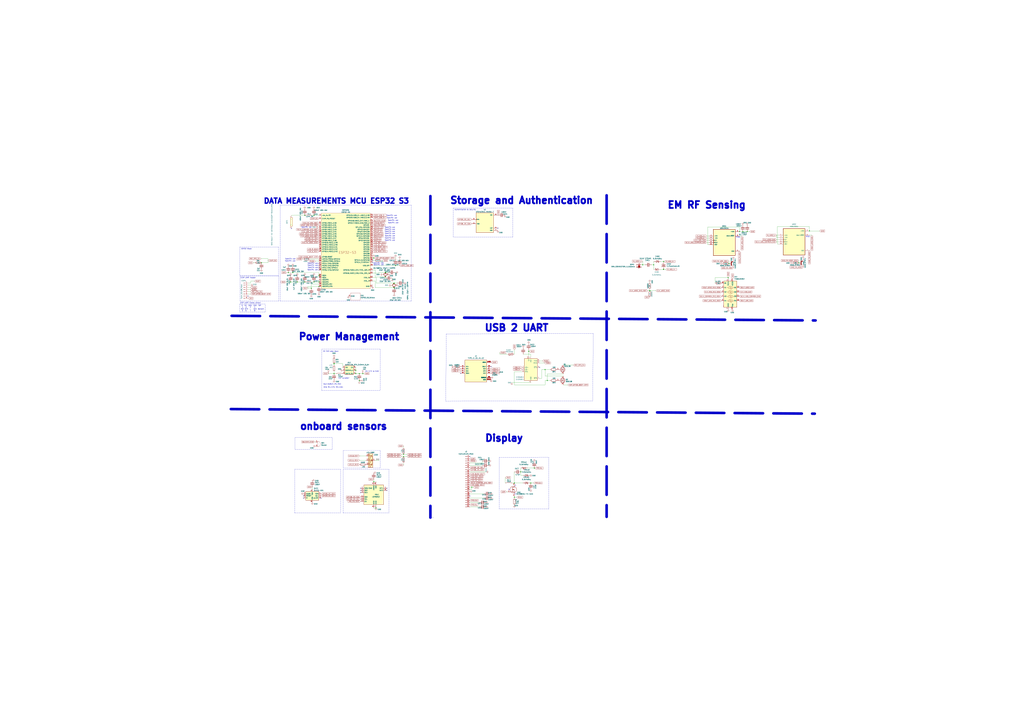
<source format=kicad_sch>
(kicad_sch (version 20211123) (generator eeschema)
  (paper "A0")
  (title_block (title "SMART INDOOR ENVIRONEMENT EM RF Energy Monitor") (date "2023-02-11") (rev "beta R4") (company "by AeonLabs") (comment 1 "https://github.com/aeonSolutions") (comment 2 "https://www.linkedin.com/in/migueltomas/"))
  (junction (at 620.4204 543.9156))
  (junction (at 845.4898 322.6816))
  (junction (at 447.7258 321.691))
  (junction (at 370.3828 320.04))
  (junction (at 334.8228 316.738))
  (junction (at 613.8418 408.2034))
  (junction (at 846.4804 306.2224))
  (junction (at 364.5662 250.19))
  (junction (at 632.8918 429.387))
  (junction (at 459.2828 308.61))
  (junction (at 387.858 422.529))
  (junction (at 361.4928 334.899))
  (junction (at 417.195 442.341))
  (junction (at 770.5344 303.8094))
  (junction (at 370.3828 332.74))
  (junction (at 635.4318 442.087))
  (junction (at 754.507 337.7946))
  (junction (at 862.5078 269.0368))
  (junction (at 604.8502 548.2336))
  (junction (at 547.8272 566.0898))
  (junction (at 597.2302 577.6976))
  (junction (at 939.8 268.3002))
  (junction (at 433.8828 299.72))
  (junction (at 457.6318 328.93))
  (junction (at 413.131 430.276))
  (junction (at 770.5344 313.0042))
  (junction (at 387.858 422.656))
  (junction (at 927.5826 305.4858))
  (junction (at 421.259 434.086))
  (junction (at 353.8728 327.66))
  (junction (at 340.0298 316.738))
  (junction (at 867.5878 269.0368))
  (junction (at 754.507 337.7438))
  (junction (at 759.0028 307.6702))
  (junction (at 858.6978 269.0368))
  (junction (at 337.4898 327.66))
  (junction (at 457.6318 334.137))
  (junction (at 457.6318 334.264))
  (junction (at 387.858 434.086))
  (junction (at 746.2266 307.6702))
  (junction (at 434.0098 559.6636))
  (junction (at 417.195 434.086))
  (junction (at 436.5498 590.1436))
  (junction (at 303.5808 305.308))
  (junction (at 457.6318 329.057))
  (junction (at 468.5538 530.4536))
  (junction (at 370.3828 327.66))
  (junction (at 447.7258 316.484))
  (junction (at 345.1098 327.66))
  (junction (at 353.8982 250.19))
  (junction (at 770.509 313.0042))
  (junction (at 364.5408 327.66))
  (junction (at 597.2302 561.1876))
  (junction (at 468.5538 527.9136))
  (junction (at 447.7258 316.611))
  (junction (at 413.131 434.086))
  (junction (at 616.2802 561.1876))
  (no_connect (at 418.7698 569.8236))
  (no_connect (at 418.7698 567.2836))
  (no_connect (at 432.6128 304.8))
  (no_connect (at 545.5412 530.5298))
  (no_connect (at 352.4758 578.7136))
  (no_connect (at 432.6128 302.26))
  (no_connect (at 570.3316 426.0088))
  (no_connect (at 370.3828 313.69))
  (no_connect (at 370.3828 311.15))
  (no_connect (at 578.1802 265.0998))
  (no_connect (at 288.0868 344.043))
  (no_connect (at 338.4042 265.4554))
  (no_connect (at 626.5418 426.847))
  (no_connect (at 370.3828 306.07))
  (no_connect (at 534.7716 433.6288))
  (no_connect (at 449.2498 569.8236))
  (no_connect (at 370.3828 308.61))
  (no_connect (at 352.4758 576.1736))
  (no_connect (at 449.2498 567.2836))
  (no_connect (at 545.5412 576.2498))
  (no_connect (at 372.7958 578.7136))
  (no_connect (at 418.7698 572.3636))
  (polyline (pts (xy 579.501 531.3172) (xy 637.1082 531.2664)))
  (wire (pts (xy 361.4928 334.899) (xy 357.5558 334.899)))
  (wire (pts (xy 626.5418 419.227) (xy 630.047 419.227)))
  (wire (pts (xy 821.6138 284.2768) (xy 823.1378 284.2768)))
  (wire (pts (xy 561.6702 578.7898) (xy 545.5412 578.7898)))
  (wire (pts (xy 311.2008 305.308) (xy 303.5808 305.308)))
  (polyline (pts (xy 325.4248 238.506) (xy 477.6978 238.379)))
  (wire (pts (xy 458.7748 316.484) (xy 459.5368 316.484)))
  (polyline (pts (xy 637.1082 531.2664) (xy 637.3114 591.439)))
  (wire (pts (xy 387.858 422.529) (xy 397.891 422.529)))
  (polyline (pts (xy 395.4018 545.1856) (xy 395.4018 596.1126)))
  (wire (pts (xy 417.195 442.341) (xy 417.195 441.706)))
  (wire (pts (xy 413.131 426.974) (xy 413.131 430.276)))
  (polyline (pts (xy 526.3642 275.2598) (xy 526.3642 241.7318)))
  (wire (pts (xy 939.8 268.3002) (xy 951.738 268.3002)))
  (wire (pts (xy 435.9148 313.69) (xy 435.9148 321.691)))
  (wire (pts (xy 447.7258 323.215) (xy 447.7258 321.691)))
  (wire (pts (xy 559.943 540.6898) (xy 545.5412 540.6898)))
  (wire (pts (xy 435.5338 334.137) (xy 457.6318 334.137)))
  (wire (pts (xy 447.7258 321.691) (xy 435.9148 321.691)))
  (polyline (pts (xy 268.9352 366.9792) (xy 946.9882 372.3386)) (stroke (width 3)))
  (wire (pts (xy 435.2798 534.7716) (xy 440.3598 534.7716)))
  (wire (pts (xy 597.3318 447.167) (xy 632.8918 447.167)))
  (polyline (pts (xy 342.519 522.2494) (xy 385.699 522.2494)))
  (wire (pts (xy 455.3458 323.215) (xy 455.3458 324.231)))
  (wire (pts (xy 361.4928 330.2) (xy 361.4928 334.899)))
  (wire (pts (xy 370.2558 298.45) (xy 370.3828 298.45)))
  (wire (pts (xy 334.8228 316.738) (xy 340.0298 316.738)))
  (wire (pts (xy 867.5878 261.4168) (xy 867.5878 261.5438)))
  (wire (pts (xy 867.5878 269.0368) (xy 870.6358 269.0368)))
  (wire (pts (xy 359.7148 300.99) (xy 370.3828 300.99)))
  (wire (pts (xy 288.0868 333.883) (xy 290.8808 333.883)))
  (polyline (pts (xy 373.38 453.644) (xy 373.38 405.765)))
  (polyline (pts (xy 268.0208 475.3102) (xy 946.0738 480.6696)) (stroke (width 3)))
  (wire (pts (xy 455.0918 331.597) (xy 454.2028 331.597)))
  (wire (pts (xy 365.379 513.3594) (xy 366.395 513.3594)))
  (wire (pts (xy 457.6318 328.93) (xy 457.6318 329.057)))
  (wire (pts (xy 338.4042 250.2154) (xy 345.1352 250.19)))
  (wire (pts (xy 604.8502 543.9156) (xy 604.8502 548.2336)))
  (wire (pts (xy 547.8272 566.0898) (xy 549.9862 566.0898)))
  (wire (pts (xy 597.2302 577.6976) (xy 600.0242 577.6976)))
  (polyline (pts (xy 342.0618 596.1126) (xy 342.0618 545.1856)))
  (wire (pts (xy 468.5538 538.0736) (xy 468.5538 540.3596)))
  (wire (pts (xy 434.0098 556.8696) (xy 434.0098 559.6636)))
  (wire (pts (xy 629.0818 429.387) (xy 629.0818 439.547)))
  (wire (pts (xy 820.5978 281.7368) (xy 823.1378 281.7368)))
  (polyline (pts (xy 579.7042 591.4898) (xy 579.501 531.3172)))
  (polyline (pts (xy 441.325 405.765) (xy 441.325 453.644)))
  (wire (pts (xy 444.2968 302.768) (xy 442.5188 302.768)))
  (polyline (pts (xy 477.6978 238.379) (xy 477.6978 349.885)))
  (wire (pts (xy 654.2278 424.307) (xy 665.6578 424.307)))
  (wire (pts (xy 629.0818 429.387) (xy 632.8918 429.387)))
  (wire (pts (xy 397.891 426.974) (xy 397.891 422.529)))
  (wire (pts (xy 620.4204 543.9156) (xy 621.157 543.9156)))
  (wire (pts (xy 901.7 273.3802) (xy 904.24 273.3802)))
  (wire (pts (xy 752.1702 337.7438) (xy 754.507 337.7438)))
  (wire (pts (xy 370.3828 316.738) (xy 370.3828 320.04)))
  (polyline (pts (xy 688.8226 387.4516) (xy 688.1876 465.6836)))
  (polyline (pts (xy 518.2108 387.9596) (xy 517.5758 466.1916)))
  (wire (pts (xy 604.8502 548.2336) (xy 604.8502 552.5516)))
  (wire (pts (xy 418.7698 582.5236) (xy 418.6428 582.5236)))
  (wire (pts (xy 345.1098 327.66) (xy 353.8728 327.66)))
  (wire (pts (xy 942.721 273.3802) (xy 939.8 273.3802)))
  (wire (pts (xy 620.4204 536.2956) (xy 620.4204 536.2448)))
  (wire (pts (xy 468.5538 530.4536) (xy 472.6178 530.4536)))
  (wire (pts (xy 417.195 443.23) (xy 417.195 442.341)))
  (wire (pts (xy 746.2266 303.5808) (xy 746.2266 307.6702)))
  (wire (pts (xy 613.8418 408.2034) (xy 613.8418 406.781)))
  (wire (pts (xy 939.8 268.3002) (xy 939.8 263.2202)))
  (polyline (pts (xy 704.3674 226.949) (xy 704.3674 600.5322)) (stroke (width 3)))
  (wire (pts (xy 629.0818 439.547) (xy 626.5418 439.547)))
  (wire (pts (xy 616.3818 444.627) (xy 594.233 444.6016)))
  (wire (pts (xy 434.8988 302.768) (xy 433.8828 302.768)))
  (wire (pts (xy 586.8162 554.8376) (xy 586.8162 561.1876)))
  (wire (pts (xy 437.0578 322.58) (xy 432.6128 322.58)))
  (polyline (pts (xy 441.325 453.644) (xy 373.38 453.644)))
  (polyline (pts (xy 398.4498 523.3416) (xy 398.4498 543.6616)))
  (wire (pts (xy 332.1558 327.66) (xy 337.4898 327.66)))
  (wire (pts (xy 370.3828 325.12) (xy 370.3828 327.66)))
  (wire (pts (xy 288.0868 328.803) (xy 291.1348 328.803)))
  (wire (pts (xy 433.8828 299.72) (xy 432.6128 299.72)))
  (wire (pts (xy 820.5978 279.1968) (xy 823.1378 279.1968)))
  (wire (pts (xy 744.6772 307.6702) (xy 746.2266 307.6702)))
  (wire (pts (xy 770.5344 303.8094) (xy 770.5344 304.7746)))
  (wire (pts (xy 861.6188 274.1168) (xy 858.6978 274.1168)))
  (wire (pts (xy 606.2218 431.927) (xy 597.3318 431.927)))
  (wire (pts (xy 754.507 337.7946) (xy 761.5174 337.7946)))
  (wire (pts (xy 594.4362 561.1876) (xy 597.2302 561.1876)))
  (wire (pts (xy 770.5344 313.0042) (xy 770.5344 312.3946)))
  (wire (pts (xy 435.5338 326.39) (xy 435.5338 334.137)))
  (wire (pts (xy 413.131 430.276) (xy 413.131 434.086)))
  (wire (pts (xy 459.2828 300.99) (xy 459.2828 298.577)))
  (polyline (pts (xy 441.6298 523.3416) (xy 398.4498 523.3416)))
  (wire (pts (xy 858.6978 269.0368) (xy 858.6978 263.9568)))
  (wire (pts (xy 288.0868 336.423) (xy 290.8808 336.423)))
  (wire (pts (xy 432.6128 317.5) (xy 439.5978 317.5)))
  (wire (pts (xy 345.1352 250.19) (xy 353.8982 250.19)))
  (polyline (pts (xy 342.0618 545.1856) (xy 395.4018 545.1856)))
  (polyline (pts (xy 323.6468 320.929) (xy 278.6888 320.929)))
  (wire (pts (xy 361.4928 327.66) (xy 364.5408 327.66)))
  (wire (pts (xy 294.1828 305.308) (xy 295.9608 305.308)))
  (wire (pts (xy 607.4918 411.607) (xy 616.3818 411.607)))
  (wire (pts (xy 556.4632 583.8698) (xy 545.5412 583.8698)))
  (polyline (pts (xy 278.4348 286.893) (xy 323.3928 286.893)))
  (polyline (pts (xy 398.3228 545.1856) (xy 451.6628 545.1856)))
  (wire (pts (xy 845.4898 322.6816) (xy 845.4898 323.977)))
  (wire (pts (xy 459.2828 308.61) (xy 464.1088 308.61)))
  (wire (pts (xy 340.0298 316.738) (xy 370.3828 316.738)))
  (wire (pts (xy 612.4702 543.9156) (xy 620.4204 543.9156)))
  (wire (pts (xy 845.4898 321.9196) (xy 845.4898 322.6816)))
  (wire (pts (xy 370.3828 330.2) (xy 361.4928 330.2)))
  (wire (pts (xy 387.858 434.086) (xy 387.858 431.8)))
  (polyline (pts (xy 278.4348 353.06) (xy 278.4348 362.712)))
  (wire (pts (xy 447.7258 316.484) (xy 447.7258 316.611)))
  (polyline (pts (xy 323.3928 286.893) (xy 323.3928 320.04)))
  (wire (pts (xy 613.8418 414.147) (xy 613.8418 408.2034)))
  (wire (pts (xy 311.2008 300.609) (xy 311.2008 305.308)))
  (wire (pts (xy 766.6228 313.0042) (xy 770.509 313.0042)))
  (wire (pts (xy 626.5418 421.767) (xy 632.1552 421.767)))
  (wire (pts (xy 597.2302 576.4276) (xy 597.2302 577.6976)))
  (wire (pts (xy 580.4408 409.7274) (xy 580.4408 411.607)))
  (wire (pts (xy 632.8918 442.087) (xy 635.4318 442.087)))
  (wire (pts (xy 858.6978 263.9568) (xy 821.6138 263.9568)))
  (wire (pts (xy 632.8918 437.007) (xy 654.2278 437.007)))
  (polyline (pts (xy 385.699 522.2494) (xy 385.699 508.2794)))
  (wire (pts (xy 288.0868 338.963) (xy 290.8808 338.963)))
  (wire (pts (xy 288.0868 331.343) (xy 291.1348 331.343)))
  (wire (pts (xy 614.7562 561.1876) (xy 616.2802 561.1876)))
  (wire (pts (xy 545.5412 538.1498) (xy 559.9938 538.1498)))
  (wire (pts (xy 432.6128 326.39) (xy 435.5338 326.39)))
  (wire (pts (xy 746.2266 307.6702) (xy 748.9698 307.6702)))
  (wire (pts (xy 821.6138 263.9568) (xy 821.6138 284.2768)))
  (wire (pts (xy 901.7 281.0002) (xy 904.24 281.0002)))
  (wire (pts (xy 754.507 328.4474) (xy 754.507 327.7362)))
  (wire (pts (xy 770.509 313.0042) (xy 770.5344 313.0042)))
  (wire (pts (xy 457.6318 341.884) (xy 457.6318 341.757)))
  (wire (pts (xy 447.7258 316.484) (xy 439.5978 316.484)))
  (wire (pts (xy 547.8272 566.0898) (xy 545.5412 566.0898)))
  (polyline (pts (xy 373.38 405.765) (xy 441.325 405.765)))
  (polyline (pts (xy 441.6298 543.6616) (xy 441.6298 523.3416)))
  (wire (pts (xy 288.0868 341.503) (xy 290.8808 341.503)))
  (polyline (pts (xy 278.4348 353.06) (xy 307.7718 353.06)))
  (wire (pts (xy 587.9592 571.3476) (xy 589.6102 571.3476)))
  (wire (pts (xy 303.0728 300.609) (xy 311.2008 300.609)))
  (wire (pts (xy 902.716 283.5402) (xy 904.24 283.5402)))
  (wire (pts (xy 561.6702 573.7098) (xy 545.5412 573.7098)))
  (wire (pts (xy 434.5178 299.72) (xy 433.8828 299.72)))
  (wire (pts (xy 435.9148 313.69) (xy 432.6128 313.69)))
  (polyline (pts (xy 595.5792 241.7318) (xy 595.5792 275.2598)))
  (polyline (pts (xy 323.5198 319.913) (xy 278.4348 319.913)))
  (polyline (pts (xy 398.4498 543.6616) (xy 441.6298 543.6616)))
  (wire (pts (xy 635.4318 442.087) (xy 635.4318 434.467)))
  (polyline (pts (xy 499.745 227.838) (xy 499.745 601.4212)) (stroke (width 3)))
  (wire (pts (xy 759.0028 313.0042) (xy 759.0028 307.6702)))
  (wire (pts (xy 545.5412 548.3098) (xy 564.388 548.3098)))
  (wire (pts (xy 766.9022 303.8094) (xy 770.5344 303.8094)))
  (wire (pts (xy 770.5344 303.8094) (xy 771.3726 303.8094)))
  (wire (pts (xy 632.8918 437.007) (xy 632.8918 429.387)))
  (wire (pts (xy 597.3318 406.273) (xy 597.3318 411.607)))
  (wire (pts (xy 604.8502 552.5516) (xy 607.3902 552.5516)))
  (wire (pts (xy 759.2822 303.8094) (xy 759.0028 303.8094)))
  (wire (pts (xy 932.6626 300.228) (xy 932.6626 300.4058)))
  (wire (pts (xy 851.5604 300.9646) (xy 851.5604 301.1424)))
  (wire (pts (xy 901.7 278.4602) (xy 904.24 278.4602)))
  (wire (pts (xy 468.5538 527.9136) (xy 472.6178 527.9136)))
  (wire (pts (xy 616.3818 414.147) (xy 616.3818 411.607)))
  (wire (pts (xy 417.195 434.086) (xy 421.259 434.086)))
  (polyline (pts (xy 398.3228 596.1126) (xy 451.6628 596.1126)))
  (wire (pts (xy 578.6882 249.8598) (xy 578.1802 249.8598)))
  (wire (pts (xy 369.4938 264.16) (xy 370.3828 264.16)))
  (wire (pts (xy 464.1088 300.99) (xy 464.1088 300.355)))
  (wire (pts (xy 357.5558 332.74) (xy 370.3828 332.74)))
  (wire (pts (xy 466.1408 527.9136) (xy 468.5538 527.9136)))
  (wire (pts (xy 364.5408 327.66) (xy 370.3828 327.66)))
  (wire (pts (xy 361.5182 250.19) (xy 364.5662 250.19)))
  (wire (pts (xy 862.5078 269.0368) (xy 867.5878 269.0368)))
  (wire (pts (xy 291.1348 326.771) (xy 295.4528 326.771)))
  (wire (pts (xy 556.4632 588.9498) (xy 545.5412 588.9498)))
  (wire (pts (xy 387.858 422.656) (xy 387.858 422.529)))
  (wire (pts (xy 770.5344 313.0042) (xy 773.0744 313.0042)))
  (wire (pts (xy 425.1198 529.6916) (xy 417.6268 529.6916)))
  (wire (pts (xy 457.6318 334.264) (xy 457.6318 334.137)))
  (wire (pts (xy 597.2302 586.5876) (xy 597.2302 587.1972)))
  (polyline (pts (xy 451.6628 545.1856) (xy 451.6628 596.1126)))
  (wire (pts (xy 445.1858 319.151) (xy 444.2968 319.151)))
  (wire (pts (xy 545.5412 568.6298) (xy 547.8272 568.6298)))
  (polyline (pts (xy 499.745 601.4212) (xy 503.3264 601.4212)))
  (wire (pts (xy 927.5826 302.7426) (xy 927.5826 305.4858)))
  (wire (pts (xy 901.7 275.9202) (xy 904.24 275.9202)))
  (polyline (pts (xy 278.4348 362.712) (xy 307.7718 362.712)))
  (polyline (pts (xy 385.699 508.2794) (xy 342.519 508.2794)))
  (wire (pts (xy 466.1408 530.4536) (xy 468.5538 530.4536)))
  (wire (pts (xy 436.5498 559.6636) (xy 434.0098 559.6636)))
  (wire (pts (xy 337.4898 327.66) (xy 345.1098 327.66)))
  (wire (pts (xy 845.4898 322.6816) (xy 830.2498 322.6816)))
  (wire (pts (xy 362.6358 565.7596) (xy 362.6358 568.5536)))
  (polyline (pts (xy 595.5792 275.2598) (xy 526.3642 275.2598)))
  (wire (pts (xy 417.4998 534.7716) (xy 425.1198 534.7716)))
  (wire (pts (xy 635.4318 442.087) (xy 638.9878 442.087)))
  (wire (pts (xy 759.0028 303.8094) (xy 759.0028 307.6702)))
  (wire (pts (xy 421.259 434.086) (xy 422.783 434.086)))
  (wire (pts (xy 754.507 337.7438) (xy 754.507 337.7946)))
  (wire (pts (xy 597.3318 411.607) (xy 596.9508 411.607)))
  (wire (pts (xy 616.2802 561.1876) (xy 619.7092 561.1876)))
  (wire (pts (xy 820.5978 274.1168) (xy 823.1378 274.1168)))
  (wire (pts (xy 597.2302 548.2336) (xy 597.2302 561.1876)))
  (polyline (pts (xy 637.3114 591.439) (xy 579.7042 591.4898)))
  (wire (pts (xy 332.9178 316.738) (xy 334.8228 316.738)))
  (wire (pts (xy 820.5978 276.6568) (xy 823.1378 276.6568)))
  (wire (pts (xy 351.4598 300.99) (xy 352.0948 300.99)))
  (wire (pts (xy 559.9938 538.1498) (xy 559.9938 535.6352)))
  (polyline (pts (xy 517.5758 466.1916) (xy 688.1876 465.6836)))
  (wire (pts (xy 580.4408 411.607) (xy 589.3308 411.607)))
  (wire (pts (xy 597.3318 431.927) (xy 597.3318 447.167)))
  (wire (pts (xy 432.6128 308.61) (xy 459.2828 308.61)))
  (wire (pts (xy 613.8418 408.2034) (xy 614.5022 408.2034)))
  (wire (pts (xy 390.271 434.086) (xy 387.858 434.086)))
  (wire (pts (xy 901.7 273.3802) (xy 901.7 275.9202)))
  (wire (pts (xy 366.1918 303.53) (xy 370.3828 303.53)))
  (wire (pts (xy 381.381 434.086) (xy 387.858 434.086)))
  (wire (pts (xy 413.131 434.086) (xy 417.195 434.086)))
  (polyline (pts (xy 526.3642 241.7318) (xy 595.5792 241.7318)))
  (wire (pts (xy 433.8828 302.768) (xy 433.8828 299.72)))
  (wire (pts (xy 597.2302 561.1876) (xy 607.1362 561.1876)))
  (wire (pts (xy 635.4318 434.467) (xy 654.2278 434.467)))
  (polyline (pts (xy 477.6978 349.885) (xy 325.4248 350.012)))
  (wire (pts (xy 902.716 263.2202) (xy 902.716 283.5402)))
  (wire (pts (xy 436.5498 590.1436) (xy 434.0098 590.1436)))
  (polyline (pts (xy 342.0618 596.1126) (xy 395.4018 596.1126)))
  (polyline (pts (xy 398.3228 596.1126) (xy 398.3228 545.1856)))
  (wire (pts (xy 439.5978 317.5) (xy 439.5978 316.484)))
  (polyline (pts (xy 518.2108 387.9596) (xy 688.8226 387.4516)))
  (polyline (pts (xy 278.4348 319.913) (xy 278.4348 286.893)))
  (wire (pts (xy 858.6978 269.0368) (xy 862.5078 269.0368)))
  (wire (pts (xy 597.2302 577.6976) (xy 597.2302 578.9676)))
  (wire (pts (xy 547.8272 568.6298) (xy 547.8272 566.0898)))
  (wire (pts (xy 654.2278 447.167) (xy 659.3078 447.167)))
  (wire (pts (xy 632.8918 447.167) (xy 632.8918 442.087)))
  (wire (pts (xy 632.8918 429.387) (xy 638.9878 429.387)))
  (wire (pts (xy 461.0608 329.057) (xy 457.6318 329.057)))
  (wire (pts (xy 830.2498 322.6816) (xy 830.2498 329.057)))
  (polyline (pts (xy 342.519 508.2794) (xy 342.519 522.2494)))
  (wire (pts (xy 370.3828 320.04) (xy 370.3828 322.58)))
  (polyline (pts (xy 325.4248 350.012) (xy 325.4248 238.506)))
  (wire (pts (xy 846.4804 303.4792) (xy 846.4804 306.2224)))
  (polyline (pts (xy 278.6888 349.885) (xy 323.6468 349.885)))
  (polyline (pts (xy 307.7718 362.712) (xy 307.7718 353.06)))
  (wire (pts (xy 754.507 336.0674) (xy 754.507 337.7438)))
  (wire (pts (xy 457.6318 329.057) (xy 437.0578 329.057)))
  (wire (pts (xy 437.0578 329.057) (xy 437.0578 322.58)))
  (wire (pts (xy 364.5662 250.19) (xy 370.3828 250.19)))
  (polyline (pts (xy 323.6468 320.929) (xy 323.6468 349.885)))
  (wire (pts (xy 291.1348 328.803) (xy 291.1348 326.771)))
  (wire (pts (xy 387.858 424.18) (xy 387.858 422.656)))
  (wire (pts (xy 756.5898 307.6702) (xy 759.0028 307.6702)))
  (wire (pts (xy 468.5538 518.2616) (xy 468.5538 520.2936)))
  (wire (pts (xy 451.1548 316.484) (xy 447.7258 316.484)))
  (polyline (pts (xy 278.6888 320.929) (xy 278.6888 349.885)))
  (wire (pts (xy 939.8 263.2202) (xy 902.716 263.2202)))
  (wire (pts (xy 357.5558 334.899) (xy 357.5558 332.74)))
  (text "Authentication & Security" (at 527.7612 244.3988 0) (effects (font (size 1.27 1.27) italic) (justify left bottom)))
  (text "MISO" (at 935.609 275.6662 0) (effects (font (size 1.27 1.27)) (justify left bottom)))
  (text "ICSP UART Clamp pinout" (at 278.5618 352.679 0) (effects (font (size 1.27 1.27) italic) (justify left bottom)))
  (text "onboard sensors" (at 347.5482 500.0752 0) (effects (font (size 8 8) (thickness 2) bold) (justify left bottom)))
  (text "Display\n" (at 562.4322 513.842 0) (effects (font (size 8 8) (thickness 2) bold) (justify left bottom)))
  (text "Specific use" (at 433.6288 306.451 0) (effects (font (size 1.27 1.27)) (justify left bottom)))
  (text "3V3: R1=47K; R2=15K;" (at 375.539 450.723 0) (effects (font (size 1.27 1.27)) (justify left bottom)))
  (text "ICSP UART Header" (at 279.3238 323.469 0) (effects (font (size 1.27 1.27)) (justify left bottom)))
  (text "Power Management" (at 346.0496 395.8844 0) (effects (font (size 8 8) (thickness 2) bold) (justify left bottom)))
  (text "Specific use" (at 331.1398 301.625 0) (effects (font (size 1.27 1.27)) (justify left bottom)))
  (text "Specific use" (at 450.6214 259.588 0) (effects (font (size 1.27 1.27)) (justify left bottom)))
  (text "Specific use" (at 331.0128 304.038 0) (effects (font (size 1.27 1.27)) (justify left bottom)))
  (text "DATA MEASUREMENTS MCU ESP32 S3\n" (at 305.6382 237.1344 0) (effects (font (size 6 6) (thickness 2) bold) (justify left bottom)))
  (text "Specific use" (at 357.3018 311.658 0) (effects (font (size 1.27 1.27)) (justify left bottom)))
  (text "Specific use" (at 446.7098 277.368 0) (effects (font (size 1.27 1.27)) (justify left bottom)))
  (text "MISO" (at 854.5068 276.4028 0) (effects (font (size 1.27 1.27)) (justify left bottom)))
  (text "Specific use" (at 446.7098 269.748 0) (effects (font (size 1.27 1.27)) (justify left bottom)))
  (text "Specific use" (at 357.0478 314.198 0) (effects (font (size 1.27 1.27)) (justify left bottom)))
  (text "Specific use" (at 349.9358 264.795 0) (effects (font (size 1.27 1.27)) (justify left bottom)))
  (text "Vout=0.8x(1+R1/R2)" (at 375.158 447.04 0) (effects (font (size 1.27 1.27) italic) (justify left bottom)))
  (text "Specific use" (at 448.8688 251.206 0) (effects (font (size 1.27 1.27)) (justify left bottom)))
  (text "USB 2 UART" (at 561.975 385.6736 0) (effects (font (size 8 8) (thickness 2) bold) (justify left bottom)))
  (text "VIN 2.7V to 5.5V" (at 423.672 432.308 0) (effects (font (size 1.27 1.27) italic) (justify left bottom)))
  (text "Specific use" (at 446.7098 267.335 0) (effects (font (size 1.27 1.27)) (justify left bottom)))
  (text "Specific use" (at 446.7098 272.161 0) (effects (font (size 1.27 1.27)) (justify left bottom)))
  (text "DC 3V3 step down" (at 375.158 409.067 0) (effects (font (size 1.27 1.27)) (justify left bottom)))
  (text "Specific use" (at 446.8368 274.828 0) (effects (font (size 1.27 1.27)) (justify left bottom)))
  (text "1uF to 6.8uF" (at 392.811 440.182 0) (effects (font (size 1.27 1.27) italic) (justify left bottom)))
  (text "Specific use" (at 357.1748 309.118 0) (effects (font (size 1.27 1.27)) (justify left bottom)))
  (text "S" (at 597.662 574.7258 0) (effects (font (size 1.27 1.27)) (justify left bottom)))
  (text "Specific use" (at 357.1748 306.705 0) (effects (font (size 1.27 1.27)) (justify left bottom)))
  (text "ESP32 Reset" (at 279.8318 289.941 0) (effects (font (size 1.27 1.27) italic) (justify left bottom)))
  (text "Specific use" (at 446.7098 264.922 0) (effects (font (size 1.27 1.27)) (justify left bottom)))
  (text "TX  RX  GND  5V0  TOP\n 4   3    2    1\nRST DTR  -   3V3  Bottom\n 5   6    7    8" (at 279.8318 361.95 0) (effects (font (size 1.27 1.27)) (justify left bottom)))
  (text "D" (at 597.7382 564.8198 0) (effects (font (size 1.27 1.27)) (justify left bottom)))
  (text "EM RF Sensing\n" (at 774.319 242.951 0) (effects (font (size 8 8) (thickness 2) bold) (justify left bottom)))
  (text "Specific use" (at 446.7098 279.908 0) (effects (font (size 1.27 1.27)) (justify left bottom)))
  (text "Specific use" (at 433.6288 308.356 0) (effects (font (size 1.27 1.27)) (justify left bottom)))
  (text "G" (at 590.3214 569.5442 0) (effects (font (size 1.27 1.27)) (justify left bottom)))
  (text "Storage and Authentication" (at 521.8684 237.5662 0) (effects (font (size 8 8) (thickness 2) bold) (justify left bottom)))
  (text "Specific use" (at 449.2498 254 0) (effects (font (size 1.27 1.27)) (justify left bottom)))
  (text "Specific use" (at 450.4944 256.794 0) (effects (font (size 1.27 1.27)) (justify left bottom)))
  (label "3V3" (at 440.3598 534.7716 180))
  (global_label "USB_D+" (shape input) (at 570.3316 431.0888 0) (property "Intersheet References" "${INTERSHEET_REFS}" (effects hide)))
  (global_label "ESP_GPIO0_BOOT-DTR" (shape input) (at 659.3078 447.167 0) (property "Intersheet References" "${INTERSHEET_REFS}" (effects hide)))
  (global_label "GPIO9_I2C_SCL" (shape input) (at 372.7958 576.1736 0) (property "Intersheet References" "${INTERSHEET_REFS}" (effects hide)))
  (global_label "IMU_CS_IO21" (shape input) (at 418.6428 582.5236 180) (effects (font italic)) (property "Intersheet References" "${INTERSHEET_REFS}" (effects hide)))
  (global_label "USB_D-" (shape input) (at 534.7716 431.0888 180) (property "Intersheet References" "${INTERSHEET_REFS}" (effects hide)))
  (global_label "GPIO8_I2C_SDA" (shape input) (at 547.7002 260.0198 180) (property "Intersheet References" "${INTERSHEET_REFS}" (effects hide)))
  (global_label "SPICS1_E2" (shape input) (at 432.6128 264.16 0) (effects (font italic)) (property "Intersheet References" "${INTERSHEET_REFS}" (effects hide)))
  (global_label "PREVGL" (shape input) (at 545.5412 586.4098 0) (property "Intersheet References" "${INTERSHEET_REFS}" (effects hide)))
  (global_label "3V3" (shape input) (at 357.5558 334.899 180) (property "Intersheet References" "${INTERSHEET_REFS}" (effects hide)))
  (global_label "LED_G_IO14" (shape input) (at 417.4998 534.7716 180) (property "Intersheet References" "${INTERSHEET_REFS}" (effects hide)))
  (global_label "5V0F" (shape input) (at 570.3316 420.9288 0) (property "Intersheet References" "${INTERSHEET_REFS}" (effects hide)))
  (global_label "USB_D+" (shape input) (at 534.7716 428.5488 180) (property "Intersheet References" "${INTERSHEET_REFS}" (effects hide)))
  (global_label "LED_B_IO17" (shape input) (at 417.6268 529.6916 180) (property "Intersheet References" "${INTERSHEET_REFS}" (effects hide)))
  (global_label "SCLK_ADS_COMMON_5V0" (shape input) (at 901.7 281.0002 180) (property "Intersheet References" "${INTERSHEET_REFS}" (effects hide)))
  (global_label "GPIO8_I2C_SDA" (shape input) (at 545.5412 545.7698 0) (property "Intersheet References" "${INTERSHEET_REFS}" (effects hide)))
  (global_label "ESP_GPIO0_BOOT-DTR" (shape input) (at 370.2558 298.45 180) (property "Intersheet References" "${INTERSHEET_REFS}" (effects hide)))
  (global_label "GPIO9_I2C_SCL" (shape input) (at 547.7002 254.9398 180) (property "Intersheet References" "${INTERSHEET_REFS}" (effects hide)))
  (global_label "3V3_EN_ADS2_IO10" (shape input) (at 370.3828 281.94 180) (property "Intersheet References" "${INTERSHEET_REFS}" (effects hide)))
  (global_label "USB_D-" (shape input) (at 570.3316 428.5488 0) (property "Intersheet References" "${INTERSHEET_REFS}" (effects hide)))
  (global_label "LCD_BUSY_IO17" (shape input) (at 545.5412 550.8498 0) (property "Intersheet References" "${INTERSHEET_REFS}" (effects hide)))
  (global_label "RESE" (shape input) (at 600.0242 577.6976 0) (property "Intersheet References" "${INTERSHEET_REFS}" (effects hide)))
  (global_label "3V3" (shape input) (at 381.381 434.086 180) (property "Intersheet References" "${INTERSHEET_REFS}" (effects hide)))
  (global_label "RXD0" (shape input) (at 630.047 419.227 0) (property "Intersheet References" "${INTERSHEET_REFS}" (effects hide)))
  (global_label "CLK_ADS_5V0" (shape input) (at 820.5978 279.1968 180) (property "Intersheet References" "${INTERSHEET_REFS}" (effects hide)))
  (global_label "GPIO9_I2C_SCL" (shape input) (at 370.3828 279.4 180) (property "Intersheet References" "${INTERSHEET_REFS}" (effects hide)))
  (global_label "5V0" (shape input) (at 597.3318 406.273 90) (property "Intersheet References" "${INTERSHEET_REFS}" (effects hide)))
  (global_label "DOUT_ADS_3V3_IO02" (shape input) (at 837.8698 349.377 180) (property "Intersheet References" "${INTERSHEET_REFS}" (effects hide)))
  (global_label "GDR" (shape input) (at 587.9592 571.3476 180) (property "Intersheet References" "${INTERSHEET_REFS}" (effects hide)))
  (global_label "IMU_CS_IO21" (shape input) (at 432.6128 261.62 0) (effects (font italic)) (property "Intersheet References" "${INTERSHEET_REFS}" (effects hide)))
  (global_label "RESE" (shape input) (at 545.5412 535.6098 0) (property "Intersheet References" "${INTERSHEET_REFS}" (effects hide)))
  (global_label "GND_EN_ADS" (shape input) (at 858.6978 291.8968 270) (property "Intersheet References" "${INTERSHEET_REFS}" (effects hide)))
  (global_label "RXD0" (shape input) (at 290.8808 336.423 0) (property "Intersheet References" "${INTERSHEET_REFS}" (effects hide)))
  (global_label "5V0" (shape input) (at 850.5698 323.977 90) (property "Intersheet References" "${INTERSHEET_REFS}" (effects hide)))
  (global_label "3V3" (shape input) (at 578.6882 249.8598 90) (property "Intersheet References" "${INTERSHEET_REFS}" (effects hide)))
  (global_label "CHIP_EN" (shape input) (at 370.3828 254 180) (property "Intersheet References" "${INTERSHEET_REFS}" (effects hide)))
  (global_label "LED_G_IO14" (shape input) (at 370.3828 292.1 180) (property "Intersheet References" "${INTERSHEET_REFS}" (effects hide)))
  (global_label "3V3" (shape input) (at 754.507 345.3638 180) (property "Intersheet References" "${INTERSHEET_REFS}" (effects hide)))
  (global_label "5V0" (shape input) (at 951.738 268.3002 0) (property "Intersheet References" "${INTERSHEET_REFS}" (effects hide)))
  (global_label "3V3" (shape input) (at 332.9178 316.738 180) (property "Intersheet References" "${INTERSHEET_REFS}" (effects hide)))
  (global_label "3V3" (shape input) (at 845.4898 321.9196 90) (property "Intersheet References" "${INTERSHEET_REFS}" (effects hide)))
  (global_label "IN_ADS2_A" (shape input) (at 901.7 273.3802 180) (property "Intersheet References" "${INTERSHEET_REFS}" (effects hide)))
  (global_label "USB_D+" (shape input) (at 606.2218 426.847 180) (property "Intersheet References" "${INTERSHEET_REFS}" (effects hide)))
  (global_label "3V3_EN_ADS_IO01" (shape input) (at 370.3828 259.08 180) (property "Intersheet References" "${INTERSHEET_REFS}" (effects hide)))
  (global_label "TXD0" (shape input) (at 290.8808 333.883 0) (property "Intersheet References" "${INTERSHEET_REFS}" (effects hide)))
  (global_label "GND_EN_ADS2" (shape input) (at 932.6626 310.5658 180) (property "Intersheet References" "${INTERSHEET_REFS}" (effects hide)))
  (global_label "PREVGH" (shape input) (at 545.5412 581.3298 0) (property "Intersheet References" "${INTERSHEET_REFS}" (effects hide)))
  (global_label "TXD0" (shape input) (at 632.1552 421.767 0) (property "Intersheet References" "${INTERSHEET_REFS}" (effects hide)))
  (global_label "GPIO8_I2C_SDA" (shape input) (at 418.7698 577.4436 180) (property "Intersheet References" "${INTERSHEET_REFS}" (effects hide)))
  (global_label "PREVGH" (shape input) (at 619.7092 561.1876 0) (property "Intersheet References" "${INTERSHEET_REFS}" (effects hide)))
  (global_label "3V3" (shape input) (at 468.5538 540.3596 180) (property "Intersheet References" "${INTERSHEET_REFS}" (effects hide)))
  (global_label "BUZZER_IO18" (shape input) (at 432.6128 256.54 0) (property "Intersheet References" "${INTERSHEET_REFS}" (effects hide)))
  (global_label "BUZZER_IO18" (shape input) (at 365.379 513.3594 180) (property "Intersheet References" "${INTERSHEET_REFS}" (effects hide)))
  (global_label "3V3_EN_ADS2_IO10" (shape input) (at 927.5826 302.7426 180) (property "Intersheet References" "${INTERSHEET_REFS}" (effects hide)))
  (global_label "ESP_GPIO0_BOOT-DTR" (shape input) (at 290.8808 341.503 0) (property "Intersheet References" "${INTERSHEET_REFS}" (effects hide)))
  (global_label "IN_ADS_A+" (shape input) (at 820.5978 274.1168 180) (property "Intersheet References" "${INTERSHEET_REFS}" (effects hide)))
  (global_label "CLK_ADS_3V3_IO05" (shape input) (at 370.3828 269.24 180) (property "Intersheet References" "${INTERSHEET_REFS}" (effects hide)))
  (global_label "3V3" (shape input) (at 614.5022 408.2034 0) (property "Intersheet References" "${INTERSHEET_REFS}" (effects hide)))
  (global_label "RST_RTS_EN" (shape input) (at 290.8808 338.963 0) (property "Intersheet References" "${INTERSHEET_REFS}" (effects hide)))
  (global_label "SPICLK_E2" (shape input) (at 432.6128 274.32 0) (effects (font italic)) (property "Intersheet References" "${INTERSHEET_REFS}" (effects hide)))
  (global_label "GPIO8_I2C_SDA" (shape input) (at 472.6178 527.9136 0) (property "Intersheet References" "${INTERSHEET_REFS}" (effects hide)))
  (global_label "LCD_MOSI_IO11" (shape input) (at 432.6128 292.1 0) (property "Intersheet References" "${INTERSHEET_REFS}" (effects hide)))
  (global_label "CLK_ADS2_5V0" (shape input) (at 901.7 278.4602 180) (property "Intersheet References" "${INTERSHEET_REFS}" (effects hide)))
  (global_label "5V0F" (shape input) (at 295.4528 326.771 0) (property "Intersheet References" "${INTERSHEET_REFS}" (effects hide)))
  (global_label "RXD0" (shape input) (at 366.1918 303.53 180) (property "Intersheet References" "${INTERSHEET_REFS}" (effects hide)))
  (global_label "LED_R_IO13" (shape input) (at 370.3828 289.56 180) (property "Intersheet References" "${INTERSHEET_REFS}" (effects hide)))
  (global_label "GPIO9_I2C_SCL" (shape input) (at 466.1408 530.4536 180) (property "Intersheet References" "${INTERSHEET_REFS}" (effects hide)))
  (global_label "RST_RTS_EN" (shape input) (at 303.0728 300.609 180) (property "Intersheet References" "${INTERSHEET_REFS}" (effects hide)))
  (global_label "ESP_GPIO0_BOOT-DTR" (shape input) (at 434.5178 299.72 0) (property "Intersheet References" "${INTERSHEET_REFS}" (effects hide)))
  (global_label "USB_D-" (shape input) (at 606.2218 429.387 180) (property "Intersheet References" "${INTERSHEET_REFS}" (effects hide)))
  (global_label "GPIO8_I2C_SDA" (shape input) (at 370.3828 276.86 180) (property "Intersheet References" "${INTERSHEET_REFS}" (effects hide)))
  (global_label "DOUT_ADS2_3V3_IO06" (shape input) (at 837.8698 334.137 180) (property "Intersheet References" "${INTERSHEET_REFS}" (effects hide)))
  (global_label "ESP2_USB_D-" (shape input) (at 432.6128 250.19 0) (property "Intersheet References" "${INTERSHEET_REFS}" (effects hide)))
  (global_label "IN_ADS_A-" (shape input) (at 773.0744 313.0042 0) (property "Intersheet References" "${INTERSHEET_REFS}" (effects hide)))
  (global_label "GPIO9_I2C_SCL" (shape input) (at 418.7698 579.9836 180) (property "Intersheet References" "${INTERSHEET_REFS}" (effects hide)))
  (global_label "CLK_ADS_3V3_IO05" (shape input) (at 837.8698 339.217 180) (property "Intersheet References" "${INTERSHEET_REFS}" (effects hide)))
  (global_label "GND_EN_ADS" (shape input) (at 851.5604 311.3024 180) (property "Intersheet References" "${INTERSHEET_REFS}" (effects hide)))
  (global_label "DOUT_ADS2_5V0" (shape input) (at 858.1898 334.137 0) (property "Intersheet References" "${INTERSHEET_REFS}" (effects hide)))
  (global_label "LED_R_IO13" (shape input) (at 417.4998 539.8516 180) (property "Intersheet References" "${INTERSHEET_REFS}" (effects hide)))
  (global_label "LCD_BUSY_IO17" (shape input) (at 432.6128 287.02 0) (property "Intersheet References" "${INTERSHEET_REFS}" (effects hide)))
  (global_label "SPIQ_E2" (shape input) (at 432.6128 276.86 0) (effects (font italic)) (property "Intersheet References" "${INTERSHEET_REFS}" (effects hide)))
  (global_label "CLK_ADS2_3V3_IO07" (shape input) (at 370.3828 274.32 180) (property "Intersheet References" "${INTERSHEET_REFS}" (effects hide)))
  (global_label "SPIHD_E2" (shape input) (at 432.6128 266.7 0) (effects (font italic)) (property "Intersheet References" "${INTERSHEET_REFS}" (effects hide)))
  (global_label "3V3_EN_ADS_IO01" (shape input) (at 846.4804 303.4792 180) (property "Intersheet References" "${INTERSHEET_REFS}" (effects hide)))
  (global_label "LCD_MOSI_IO11" (shape input) (at 545.5412 563.5498 0) (property "Intersheet References" "${INTERSHEET_REFS}" (effects hide)))
  (global_label "PREVGL" (shape input) (at 621.157 543.9156 0) (property "Intersheet References" "${INTERSHEET_REFS}" (effects hide)))
  (global_label "RST_RTS_EN" (shape input) (at 665.6578 424.307 0) (property "Intersheet References" "${INTERSHEET_REFS}" (effects hide)))
  (global_label "CLK_ADS2_5V0" (shape input) (at 761.5174 337.7946 0) (property "Intersheet References" "${INTERSHEET_REFS}" (effects hide)))
  (global_label "DOUT_ADS_3V3_IO02" (shape input) (at 370.3828 261.62 180) (property "Intersheet References" "${INTERSHEET_REFS}" (effects hide)))
  (global_label "3V3" (shape input) (at 362.6358 565.7596 180) (property "Intersheet References" "${INTERSHEET_REFS}" (effects hide)))
  (global_label "LCD_CS_IO12" (shape input) (at 432.6128 289.56 0) (property "Intersheet References" "${INTERSHEET_REFS}" (effects hide)))
  (global_label "SPID_E2" (shape input) (at 432.6128 279.4 0) (effects (font italic)) (property "Intersheet References" "${INTERSHEET_REFS}" (effects hide)))
  (global_label "LED_B_IO17" (shape input) (at 432.6128 259.08 0) (property "Intersheet References" "${INTERSHEET_REFS}" (effects hide)))
  (global_label "DOUT_ADS2_5V0" (shape input) (at 942.721 273.3802 270) (property "Intersheet References" "${INTERSHEET_REFS}" (effects hide)))
  (global_label "ESP2_VDD_SPI" (shape input) (at 464.1088 308.61 0) (property "Intersheet References" "${INTERSHEET_REFS}" (effects hide)))
  (global_label "SCLK_ADS_COMMON_5V0" (shape input) (at 820.5978 281.7368 180) (property "Intersheet References" "${INTERSHEET_REFS}" (effects hide)))
  (global_label "GPIO8_I2C_SDA" (shape input) (at 466.1408 527.9136 180) (property "Intersheet References" "${INTERSHEET_REFS}" (effects hide)))
  (global_label "SCLK_COMMON_3V3_IO04" (shape input) (at 837.8698 344.297 180) (property "Intersheet References" "${INTERSHEET_REFS}" (effects hide)))
  (global_label "GDR" (shape input) (at 545.5412 533.0698 0) (property "Intersheet References" "${INTERSHEET_REFS}" (effects hide)))
  (global_label "3V3" (shape input) (at 288.0868 346.583 0) (property "Intersheet References" "${INTERSHEET_REFS}" (effects hide)))
  (global_label "GPIO9_I2C_SCL" (shape input) (at 545.5412 543.2298 0) (property "Intersheet References" "${INTERSHEET_REFS}" (effects hide)))
  (global_label "LCD_RST_IO13" (shape input) (at 545.5412 553.3898 0) (property "Intersheet References" "${INTERSHEET_REFS}" (effects hide)))
  (global_label "DOUT_ADS_5V0" (shape input) (at 858.1898 349.377 0) (property "Intersheet References" "${INTERSHEET_REFS}" (effects hide)))
  (global_label "SPICS0_E2" (shape input) (at 432.6128 271.78 0) (effects (font italic)) (property "Intersheet References" "${INTERSHEET_REFS}" (effects hide)))
  (global_label "3V3" (shape input) (at 549.9862 566.0898 0) (property "Intersheet References" "${INTERSHEET_REFS}" (effects hide)))
  (global_label "LCD_DC_IO14" (shape input) (at 545.5412 555.9298 0) (property "Intersheet References" "${INTERSHEET_REFS}" (effects hide)))
  (global_label "SCLK_COMMON_3V3_IO04" (shape input) (at 370.3828 266.7 180) (property "Intersheet References" "${INTERSHEET_REFS}" (effects hide)))
  (global_label "CLK_ADS2_3V3_IO07" (shape input) (at 752.1702 337.7438 180) (property "Intersheet References" "${INTERSHEET_REFS}" (effects hide)))
  (global_label "3V3" (shape input) (at 444.2968 302.768 0) (property "Intersheet References" "${INTERSHEET_REFS}" (effects hide)))
  (global_label "3V3" (shape input) (at 434.0098 556.8696 180) (property "Intersheet References" "${INTERSHEET_REFS}" (effects hide)))
  (global_label "CHIP_EN" (shape input) (at 311.2008 302.768 0) (property "Intersheet References" "${INTERSHEET_REFS}" (effects hide)))
  (global_label "5V0F" (shape input) (at 580.4408 409.7274 0) (property "Intersheet References" "${INTERSHEET_REFS}" (effects hide)))
  (global_label "ESP2_USB_D+" (shape input) (at 432.6128 252.73 0) (property "Intersheet References" "${INTERSHEET_REFS}" (effects hide)))
  (global_label "LCD_RST_IO13" (shape input) (at 432.6128 281.94 0) (property "Intersheet References" "${INTERSHEET_REFS}" (effects hide)))
  (global_label "CLK_ADS_5V0" (shape input) (at 858.1898 339.217 0) (property "Intersheet References" "${INTERSHEET_REFS}" (effects hide)))
  (global_label "SCLK_ADS_COMMON_5V0" (shape input) (at 858.1898 344.297 0) (property "Intersheet References" "${INTERSHEET_REFS}" (effects hide)))
  (global_label "DOUT_ADS_5V0" (shape input) (at 861.6188 274.1168 270) (property "Intersheet References" "${INTERSHEET_REFS}" (effects hide)))
  (global_label "GND_EN_ADS2" (shape input) (at 939.8 291.1602 270) (property "Intersheet References" "${INTERSHEET_REFS}" (effects hide)))
  (global_label "LCD_CS_IO12" (shape input) (at 545.5412 558.4698 0) (property "Intersheet References" "${INTERSHEET_REFS}" (effects hide)))
  (global_label "GPIO9_I2C_SCL" (shape input) (at 472.6178 530.4536 0) (property "Intersheet References" "${INTERSHEET_REFS}" (effects hide)))
  (global_label "3V3" (shape input) (at 586.8162 554.8376 0) (property "Intersheet References" "${INTERSHEET_REFS}" (effects hide)))
  (global_label "SCLK_COMMON_3V3_IO04" (shape input) (at 545.5412 561.0098 0) (property "Intersheet References" "${INTERSHEET_REFS}" (effects hide)))
  (global_label "3V3" (shape input) (at 332.1558 327.66 180) (property "Intersheet References" "${INTERSHEET_REFS}" (effects hide)))
  (global_label "5V0" (shape input) (at 422.783 434.086 0) (property "Intersheet References" "${INTERSHEET_REFS}" (effects hide)))
  (global_label "GPIO8_I2C_SDA" (shape input) (at 372.7958 573.6336 0) (property "Intersheet References" "${INTERSHEET_REFS}" (effects hide)))
  (global_label "SPIWP_E2" (shape input) (at 432.6128 269.24 0) (effects (font italic)) (property "Intersheet References" "${INTERSHEET_REFS}" (effects hide)))
  (global_label "LCD_DC_IO14" (shape input) (at 432.6128 284.48 0) (property "Intersheet References" "${INTERSHEET_REFS}" (effects hide)))
  (global_label "DOUT_ADS2_3V3_IO06" (shape input) (at 370.3828 271.78 180) (property "Intersheet References" "${INTERSHEET_REFS}" (effects hide)))
  (global_label "IN_ADS_A-" (shape input) (at 820.5978 276.6568 180) (property "Intersheet References" "${INTERSHEET_REFS}" (effects hide)))
  (global_label "TXD0" (shape input) (at 351.4598 300.99 180) (property "Intersheet References" "${INTERSHEET_REFS}" (effects hide)))
  (global_label "IN_ADS2_A" (shape input) (at 746.2266 303.5808 180) (property "Intersheet References" "${INTERSHEET_REFS}" (effects hide)))
  (global_label "3V3" (shape input) (at 468.5538 518.2616 180) (property "Intersheet References" "${INTERSHEET_REFS}" (effects hide)))
  (global_label "5V0" (shape input) (at 870.6358 269.0368 0) (property "Intersheet References" "${INTERSHEET_REFS}" (effects hide)))
  (global_label "3V3" (shape input) (at 294.1828 305.308 180) (property "Intersheet References" "${INTERSHEET_REFS}" (effects hide)))
  (global_label "IN_ADS_A+" (shape input) (at 771.3726 303.8094 0) (property "Intersheet References" "${INTERSHEET_REFS}" (effects hide)))
  (symbol (lib_id "Device:C") (at 616.2802 564.9976 0) (unit 1)
    (property "Reference" "EIC8" (at 621.8682 567.7916 90) (effects (justify left)))
    (property "Value" "1uF" (at 619.5822 567.5376 90) (effects (justify left)))
    (property "Footprint" "Capacitor_SMD:C_0603_1608Metric" (effects hide))
  )
  (symbol (lib_id "power:GND") (at 434.0098 549.2496 90) (unit 1)
    (property "Reference" "#PWR0136" (effects hide))
    (property "Value" "GND" (at 437.1848 549.6834 90) (effects (justify right)))
  )
  (symbol (lib_id "Device:C") (at 361.4928 338.709 0) (unit 1)
    (property "Reference" "E2C6" (at 362.2548 341.503 0) (effects (justify left)))
    (property "Value" "100nF 10% 16V" (at 345.3638 341.122 0) (effects (justify left)))
    (property "Footprint" "Capacitor_SMD:C_0603_1608Metric" (effects hide))
  )
  (symbol (lib_id "Device:R") (at 597.2302 582.7776 0) (unit 1)
    (property "Reference" "EIR1" (at 601.5228 583.2602 90))
    (property "Value" "0.47R" (at 599.5162 582.803 90))
    (property "Footprint" "Resistor_SMD:R_0603_1608Metric" (effects hide))
  )
  (symbol (lib_id "Device:C") (at 464.8708 329.057 90) (unit 1)
    (property "Reference" "E2C14" (at 470.5858 335.788 0) (effects (justify left)))
    (property "Value" "22pF 5% 50V" (at 467.5378 342.392 0) (effects (justify left)))
    (property "Footprint" "Capacitor_SMD:C_0603_1608Metric" (effects hide))
  )
  (symbol (lib_id "Device:R") (at 923.7726 305.4858 90) (unit 1)
    (property "Reference" "ADS5_MTRR2" (at 923.1376 307.8734 90))
    (property "Value" "10k" (at 923.7726 305.6128 90))
    (property "Footprint" "Resistor_SMD:R_0603_1608Metric" (effects hide))
  )
  (symbol (lib_id "Device:C") (at 364.5662 246.38 0) (mirror x) (unit 1)
    (property "Reference" "EC3" (at 364.8202 249.047 0) (effects (justify left)))
    (property "Value" "100nF 10% 16V" (at 364.6932 244.348 0) (effects (justify left)))
    (property "Footprint" "Capacitor_SMD:C_0603_1608Metric" (effects hide))
  )
  (symbol (lib_id "RF:SMA_CONNECTOR_1.3_8.3mm") (at 742.1372 307.6702 0) (unit 1)
    (property "Reference" "SMA1" (at 734.0092 307.2892 0))
    (property "Value" "SMA_CONNECTOR_1.3_8.3mm" (at 723.4682 309.7784 0))
    (property "Footprint" "Connector_Coaxial:MMCX_Molex_73415-1471_Vertical" (effects hide))
    (property "MAXIMUM_PACKAGE_HEIGHT" "8.3 mm" (effects hide))
    (property "MANUFACTURER" "LPRS" (effects hide))
    (property "PARTREV" "1.3" (effects hide))
    (property "STANDARD" "Manufacturer Recommendations" (effects hide))
  )
  (symbol (lib_id "Sensor_Humidity:SHT31-DIS") (at 362.6358 576.1736 0) (unit 1)
    (property "Reference" "SHT1" (at 364.6552 567.3938 0) (effects (justify left)))
    (property "Value" "SHT31-DIS" (at 364.6552 569.9307 0) (effects (justify left)))
    (property "Footprint" "Sensor_Humidity:SHT3x SON50P250X250X100-9N-D" (effects hide))
    (property "Datasheet" "https://www.sensirion.com/fileadmin/user_upload/customers/sensirion/Dokumente/2_Humidity_Sensors/Datasheets/Sensirion_Humidity_Sensors_SHT3x_Datasheet_digital.pdf" (effects hide))
  )
  (symbol (lib_id "Device:R") (at 530.9616 426.0088 270) (unit 1)
    (property "Reference" "USBR1" (at 530.5552 423.9768 90))
    (property "Value" "5k1" (at 530.9362 426.0596 90))
    (property "Footprint" "Resistor_SMD:R_0603_1608Metric" (effects hide))
  )
  (symbol (lib_id "Device:C") (at 334.8228 312.928 0) (unit 1)
    (property "Reference" "E2C1" (at 326.9488 313.69 0) (effects (justify left)))
    (property "Value" "1uF" (at 328.4728 310.388 0) (effects (justify left)))
    (property "Footprint" "Capacitor_SMD:C_0805_2012Metric" (effects hide))
  )
  (symbol (lib_id "Device:D_Schottky") (at 608.6602 543.9156 0) (unit 1)
    (property "Reference" "EiD1a1" (at 608.3427 537.0322 0))
    (property "Value" "D_Schottky" (at 608.3427 539.5722 0))
    (property "Footprint" "Diode_SMD:D_SOD-323" (effects hide))
  )
  (symbol (lib_id "Device:D_Schottky") (at 762.8128 313.0042 0) (unit 1)
    (property "Reference" "EHD1" (at 762.7366 316.1284 0))
    (property "Value" "D_Schottky" (at 762.4318 319.3288 0))
    (property "Footprint" "Diode_SMD:D_SOD-323" (effects hide))
  )
  (symbol (lib_id "power:GND") (at 607.4918 403.987 180) (unit 1)
    (property "Reference" "#PWR0129" (effects hide))
    (property "Value" "GND" (at 605.9678 400.558 0) (effects (justify right)))
  )
  (symbol (lib_id "power:GND") (at 436.5498 590.1436 0) (unit 1)
    (property "Reference" "#PWR0138" (effects hide))
    (property "Value" "GND" (at 438.4548 591.8474 0) (effects (justify left)))
  )
  (symbol (lib_id "Device:C") (at 607.4918 407.797 180) (unit 1)
    (property "Reference" "CHC1" (at 604.8248 400.812 0) (effects (justify left)))
    (property "Value" "100nF" (at 605.8408 402.717 0) (effects (justify left)))
    (property "Footprint" "Capacitor_SMD:C_0603_1608Metric" (effects hide))
  )
  (symbol (lib_id "power:GND") (at 387.858 441.706 0) (unit 1)
    (property "Reference" "#PWR0135" (effects hide))
    (property "Value" "GND" (at 389.763 443.4098 0) (effects (justify left)))
  )
  (symbol (lib_id "Device:R") (at 438.7088 302.768 270) (unit 1)
    (property "Reference" "E2R2" (at 438.4548 302.641 90))
    (property "Value" "10k" (at 443.1538 303.911 90))
    (property "Footprint" "Resistor_SMD:R_0603_1608Metric" (effects hide))
  )
  (symbol (lib_id "Device:C") (at 434.0098 553.0596 0) (unit 1)
    (property "Reference" "IMUC1" (at 436.9308 551.8912 0) (effects (justify left)))
    (property "Value" "100nF" (at 436.9308 554.2026 0) (effects (justify left)))
    (property "Footprint" "Capacitor_SMD:C_0603_1608Metric" (effects hide))
  )
  (symbol (lib_id "Device:C") (at 563.8038 535.6352 90) (mirror x) (unit 1)
    (property "Reference" "EIC4" (at 559.435 531.7236 90) (effects (justify left)))
    (property "Value" "100nF" (at 562.5338 533.9842 90) (effects (justify left)))
    (property "Footprint" "Capacitor_SMD:C_0603_1608Metric" (effects hide))
  )
  (symbol (lib_id "power:GND") (at 851.5604 300.9646 180) (unit 1)
    (property "Reference" "#PWR0155" (effects hide))
    (property "Value" "GND" (at 849.2998 299.2882 90) (effects (justify left)))
  )
  (symbol (lib_id "Connector:TestPoint") (at 421.259 434.086 0) (unit 1)
    (property "Reference" "TP3" (at 421.386 427.228 0) (effects (justify left)))
    (property "Value" "VIN" (at 421.513 429.006 0) (effects (justify left)))
    (property "Footprint" "TestPoint:TestPoint_Pad_D1.0mm" (effects hide))
  )
  (symbol (lib_id "power:GND") (at 432.6128 297.18 90) (unit 1)
    (property "Reference" "#PWR0114" (effects hide))
    (property "Value" "GND" (at 435.5338 297.307 90) (effects (justify right)))
  )
  (symbol (lib_id "power:GND") (at 577.9516 433.6288 90) (unit 1)
    (property "Reference" "#PWR0126" (effects hide))
    (property "Value" "GND" (at 579.9582 432.435 90) (effects (justify right)))
  )
  (symbol (lib_id "Device:R") (at 834.0598 329.057 90) (unit 1)
    (property "Reference" "UL1R1" (at 833.9074 326.9488 90))
    (property "Value" "10k" (at 834.0598 329.184 90))
    (property "Footprint" "Resistor_SMD:R_0603_1608Metric" (effects hide))
  )
  (symbol (lib_id "Transistor_FET:SI1308EDL-T1-GE3") (at 589.6102 571.3476 0) (unit 1)
    (property "Reference" "EIQ1" (at 600.2782 572.1096 0) (effects (justify left)))
    (property "Value" "SI1308EDL-T1-GE3" (at 599.5162 574.0146 0) (effects (justify left)))
    (property "Footprint" "Package_TO_SOT_SMD:SOT-323_SC-70" (effects hide))
    (property "Mouser_Price-Stock" "https://www.mouser.co.uk/ProductDetail/Vishay-Semiconductors/SI1308EDL-T1-GE3?qs=bX1%252BNvsK%2FBramh9tgpOaEw%3D%3D" (effects hide))
    (property "Mouser_Part_Number" "78-SI1308EDL-T1-GE3" (effects hide))
    (property "Manufacturer_Part_Number" "Si1308EDL-T1-GE3" (effects hide))
    (property "Description" "MOSFET N-Ch 30V 1.5A TrenchFET SC70 Vishay Si1308EDL-T1-GE3 N-channel MOSFET Transistor, 1.5 A, 30 V, 3-Pin SC-70" (effects hide))
    (property "Manufacturer_Name" "Vishay" (effects hide))
    (property "Height" "1.1mm" (effects hide))
  )
  (symbol (lib_id "Device:C") (at 582.4982 249.8598 270) (unit 1)
    (property "Reference" "AUC1" (at 584.1492 248.5898 90) (effects (justify left)))
    (property "Value" "100nF" (at 581.9902 246.3038 90) (effects (justify left)))
    (property "Footprint" "Capacitor_SMD:C_0603_1608Metric" (effects hide))
  )
  (symbol (lib_id "power:GND") (at 459.2828 298.577 180) (unit 1)
    (property "Reference" "#PWR0115" (effects hide))
    (property "Value" "GND" (at 459.2828 294.1336 0))
  )
  (symbol (lib_id "Authentication & Security ICs:ATSHA204A-MAHDA-T") (at 562.9402 257.4798 0) (unit 1)
    (property "Reference" "U1" (at 562.9402 243.62 0))
    (property "Value" "ATSHA204A-MAHDA-T" (at 562.9402 246.1569 0))
    (property "Footprint" "Package_SO:ATSHA204A Auth SOIC8" (effects hide))
    (property "MANUFACTURER" "Microchip" (effects hide))
    (property "STANDARD" "Manufacturer recommendation" (effects hide))
    (property "PART_REV" "A" (effects hide))
  )
  (symbol (lib_id "Device:C") (at 464.1088 304.8 180) (unit 1)
    (property "Reference" "E2C13" (at 472.8718 306.324 0) (effects (justify left)))
    (property "Value" "1uF 10% 50V" (at 474.6498 302.768 0) (effects (justify left)))
    (property "Footprint" "Capacitor_SMD:C_0805_2012Metric" (effects hide))
  )
  (symbol (lib_id "Device:R") (at 754.507 332.2574 0) (unit 1)
    (property "Reference" "ADSR1" (at 752.2464 332.0796 90))
    (property "Value" "2K" (at 754.38 332.2574 90))
    (property "Footprint" "Resistor_SMD:R_0603_1608Metric" (effects hide))
  )
  (symbol (lib_id "power:GND") (at 417.195 443.23 0) (unit 1)
    (property "Reference" "#PWR0131" (effects hide))
    (property "Value" "GND" (at 419.1 444.9338 0) (effects (justify left)))
  )
  (symbol (lib_id "power:GND") (at 845.4898 359.537 0) (unit 1)
    (property "Reference" "#PWR0157" (effects hide))
    (property "Value" "GND" (at 842.8228 362.204 0))
  )
  (symbol (lib_id "power:GND") (at 364.5662 242.57 180) (unit 1)
    (property "Reference" "#PWR0159" (effects hide))
    (property "Value" "GND" (at 367.3602 241.2999 0) (effects (justify right)))
  )
  (symbol (lib_id "power:GND") (at 567.6138 535.6352 90) (mirror x) (unit 1)
    (property "Reference" "#PWR0142" (effects hide))
    (property "Value" "GND" (at 567.6138 533.3492 0))
  )
  (symbol (lib_id "power:GND") (at 364.5408 320.04 0) (mirror x) (unit 1)
    (property "Reference" "#PWR0106" (effects hide))
    (property "Value" "GND" (at 362.2548 320.04 0))
  )
  (symbol (lib_id "power:GND") (at 455.3458 324.231 0) (unit 1)
    (property "Reference" "#PWR0118" (effects hide))
    (property "Value" "GND" (at 457.5048 324.612 0))
  )
  (symbol (lib_id "Device:D_Schottky") (at 763.0922 303.8094 180) (unit 1)
    (property "Reference" "EHD2" (at 763.4097 297.9166 0))
    (property "Value" "D_Schottky" (at 763.4097 300.4566 0))
    (property "Footprint" "Diode_SMD:D_SOD-323" (effects hide))
  )
  (symbol (lib_id "Device:LED_GBRC") (at 430.1998 534.7716 180) (unit 1)
    (property "Reference" "LED2" (at 436.4228 528.4216 0))
    (property "Value" "LED_GBRC" (at 430.1998 525.8816 0))
    (property "Footprint" "LED_SMD:LED_1206_3210_RGB_Metric" (effects hide))
  )
  (symbol (lib_id "Device:C") (at 387.858 437.896 0) (unit 1)
    (property "Reference" "AC1" (at 381.762 437.896 0) (effects (justify left)))
    (property "Value" "22uF" (at 381.508 440.055 0) (effects (justify left)))
    (property "Footprint" "Capacitor_SMD:C_0805_2012Metric_Pad1.18x1.45mm_HandSolder" (effects hide))
  )
  (symbol (lib_id "power:GND") (at 457.6318 341.757 0) (unit 1)
    (property "Reference" "#PWR0120" (effects hide))
    (property "Value" "GND" (at 457.6318 346.2004 0))
  )
  (symbol (lib_id "Device:L") (at 590.6262 561.1876 90) (unit 1)
    (property "Reference" "EIL1" (at 590.8802 557.6316 90))
    (property "Value" "10uH" (at 590.8802 559.4096 90))
    (property "Footprint" "Inductor_SMD:L_0805_2012Metric" (effects hide))
  )
  (symbol (lib_id "Device:R") (at 574.1416 433.6288 90) (unit 1)
    (property "Reference" "USBR2" (at 574.548 435.6608 90))
    (property "Value" "5k1" (at 574.167 433.578 90))
    (property "Footprint" "Resistor_SMD:R_0603_1608Metric" (effects hide))
  )
  (symbol (lib_id "Device:R") (at 468.5538 534.2636 180) (unit 1)
    (property "Reference" "IDR2" (at 468.6808 534.2636 90))
    (property "Value" "10k" (at 466.3948 534.0096 90))
    (property "Footprint" "Resistor_SMD:R_0603_1608Metric" (effects hide))
  )
  (symbol (lib_id "power:GND") (at 454.2028 331.597 270) (unit 1)
    (property "Reference" "#PWR0113" (effects hide))
    (property "Value" "GND" (at 450.9008 331.343 90) (effects (justify right)))
  )
  (symbol (lib_id "Device:R") (at 299.7708 305.308 90) (unit 1)
    (property "Reference" "ER1" (at 300.0248 305.435 90))
    (property "Value" "10k" (at 299.6438 302.895 90))
    (property "Footprint" "Resistor_SMD:R_0603_1608Metric" (effects hide))
  )
  (symbol (lib_id "power:GND") (at 570.3316 441.2488 0) (unit 1)
    (property "Reference" "#PWR0127" (effects hide))
    (property "Value" "GND" (at 572.2366 442.9526 0) (effects (justify left)))
  )
  (symbol (lib_id "Device:C") (at 560.2732 583.8698 90) (mirror x) (unit 1)
    (property "Reference" "EIC1" (at 559.3842 585.0128 90) (effects (justify left)))
    (property "Value" "100nF" (at 567.6392 585.6478 90) (effects (justify left)))
    (property "Footprint" "Capacitor_SMD:C_0603_1608Metric" (effects hide))
  )
  (symbol (lib_id "power:GND") (at 303.5808 312.928 0) (unit 1)
    (property "Reference" "#PWR0103" (effects hide))
    (property "Value" "GND" (at 303.5808 317.3714 0))
  )
  (symbol (lib_id "power:GND") (at 567.563 540.6898 90) (mirror x) (unit 1)
    (property "Reference" "#PWR0148" (effects hide))
    (property "Value" "GND" (at 567.563 538.4038 0))
  )
  (symbol (lib_id "power:GND") (at 586.3082 249.8598 0) (unit 1)
    (property "Reference" "#PWR0133" (effects hide))
    (property "Value" "GND" (at 591.7692 252.3998 0) (effects (justify right)))
  )
  (symbol (lib_id "Sensor_Motion:LSM6DS3") (at 434.0098 574.9036 0) (unit 1)
    (property "Reference" "IMU1" (at 435.0258 574.6496 0) (effects (justify left)))
    (property "Value" "LSM6DS3" (at 432.1048 577.1896 0) (effects (justify left)))
    (property "Footprint" "Sensor_Motion:LSM6DS3 PQFN50P300X250X86-14N" (effects hide))
    (property "Datasheet" "www.st.com/resource/en/datasheet/lsm6ds3.pdf" (effects hide))
  )
  (symbol (lib_id "power:GND") (at 361.4928 342.519 0) (unit 1)
    (property "Reference" "#PWR0104" (effects hide))
    (property "Value" "GND" (at 361.4928 346.9624 0))
  )
  (symbol (lib_id "power:GND") (at 569.2902 573.7098 90) (mirror x) (unit 1)
    (property "Reference" "#PWR0145" (effects hide))
    (property "Value" "GND" (at 568.6552 572.5668 90))
  )
  (symbol (lib_id "Device:C") (at 867.5878 265.2268 180) (unit 1)
    (property "Reference" "ADSC2" (at 867.1814 270.5608 0) (effects (justify left)))
    (property "Value" "0.1-10uF" (at 867.2576 272.415 0) (effects (justify left)))
    (property "Footprint" "Capacitor_SMD:C_0805_2012Metric" (effects hide))
  )
  (symbol (lib_id "power:GND") (at 620.4204 536.2448 180) (unit 1)
    (property "Reference" "#PWR0151" (effects hide))
    (property "Value" "GND" (at 622.7826 538.9118 90) (effects (justify right)))
  )
  (symbol (lib_id "Transistor_FET:BSS138") (at 651.6878 429.387 0) (unit 1)
    (property "Reference" "Q1" (at 654.4818 423.291 0) (effects (justify left)))
    (property "Value" "BSS138" (at 654.9898 425.577 0) (effects (justify left)))
    (property "Footprint" "Package_TO_SOT_SMD:SOT-23" (effects hide))
    (property "Datasheet" "https://www.onsemi.com/pub/Collateral/BSS138-D.PDF" (effects hide))
  )
  (symbol (lib_id "power:GND") (at 578.1802 267.6398 0) (unit 1)
    (property "Reference" "#PWR0132" (effects hide))
    (property "Value" "GND" (at 583.6412 270.1798 0) (effects (justify right)))
  )
  (symbol (lib_id "Device:R") (at 642.7978 442.087 90) (unit 1)
    (property "Reference" "QR2" (at 645.3378 444.627 90) (effects (justify left)))
    (property "Value" "10K" (at 645.3378 439.547 90) (effects (justify left)))
    (property "Footprint" "Resistor_SMD:R_0603_1608Metric" (effects hide))
  )
  (symbol (lib_id "power:GND") (at 616.2802 568.8076 0) (unit 1)
    (property "Reference" "#PWR0149" (effects hide))
    (property "Value" "GND" (at 614.2482 566.3946 90) (effects (justify right)))
  )
  (symbol (lib_id "power:GND") (at 404.5712 344.1192 0) (unit 1)
    (property "Reference" "#PWR0162" (effects hide))
    (property "Value" "GND" (at 404.5712 348.5626 0))
  )
  (symbol (lib_id "power:GND") (at 432.6128 332.74 0) (unit 1)
    (property "Reference" "#PWR0101" (effects hide))
    (property "Value" "GND" (at 432.6128 337.1834 0))
  )
  (symbol (lib_id "power:GND") (at 594.233 444.6016 0) (unit 1)
    (property "Reference" "#PWR0125" (effects hide))
    (property "Value" "GND" (at 589.5848 444.627 0) (effects (justify left)))
  )
  (symbol (lib_id "power:GND") (at 291.1348 331.343 90) (unit 1)
    (property "Reference" "#PWR0102" (effects hide))
    (property "Value" "GND" (at 293.8018 330.454 90) (effects (justify right)))
  )
  (symbol (lib_id "power:GND") (at 459.5368 316.484 90) (unit 1)
    (property "Reference" "#PWR0122" (effects hide))
    (property "Value" "GND" (at 459.7908 318.77 0))
  )
  (symbol (lib_id "Device:C") (at 560.2732 588.9498 90) (mirror x) (unit 1)
    (property "Reference" "EIC2" (at 559.1302 590.0928 90) (effects (justify left)))
    (property "Value" "100nF" (at 567.5122 590.7278 90) (effects (justify left)))
    (property "Footprint" "Capacitor_SMD:C_0603_1608Metric" (effects hide))
  )
  (symbol (lib_id "Device:C") (at 417.195 437.896 0) (unit 1)
    (property "Reference" "AC2" (at 411.099 437.896 0) (effects (justify left)))
    (property "Value" "4.7uF" (at 410.845 440.055 0) (effects (justify left)))
    (property "Footprint" "Capacitor_SMD:C_0805_2012Metric_Pad1.18x1.45mm_HandSolder" (effects hide))
  )
  (symbol (lib_id "Connector:Conn_01x08_Male") (at 283.0068 336.423 0) (unit 1)
    (property "Reference" "ICSP1" (at 282.8798 326.263 0))
    (property "Value" "Conn_01x08_Male" (at 280.4668 338.709 90))
    (property "Footprint" "AeonLabs_Connectors:SOIC_clipProgSmall" (effects hide))
  )
  (symbol (lib_id "power:GND") (at 340.0298 309.118 180) (unit 1)
    (property "Reference" "#PWR0108" (effects hide))
    (property "Value" "GND" (at 340.4108 308.991 0) (effects (justify right)))
  )
  (symbol (lib_id "Connector:Conn_01x24_Male") (at 540.4612 558.4698 0) (unit 1)
    (property "Reference" "J2" (at 541.0962 524.8148 0))
    (property "Value" "Conn_01x24_Male" (at 541.0962 527.3548 0))
    (property "Footprint" "Connector_FFC-FPC:FFC 24pin 0.5 pitch vertical GCT_FFC2A32-24-T" (effects hide))
  )
  (symbol (lib_id "power:GND") (at 362.6358 583.7936 0) (unit 1)
    (property "Reference" "#PWR0139" (effects hide))
    (property "Value" "GND" (at 364.5408 585.4974 0) (effects (justify left)))
  )
  (symbol (lib_id "power:GND") (at 862.5078 261.4168 180) (unit 1)
    (property "Reference" "#PWR0154" (effects hide))
    (property "Value" "GND" (at 865.1748 258.7498 0))
  )
  (symbol (lib_id "RF_WiFi:SMD-BUILT-IN-ANTENNA-2.4GHZ(2P-9.5X2.1MM)") (at 338.4042 257.8354 270) (unit 1)
    (property "Reference" "ANT1" (at 333.1972 255.4224 0) (effects (justify left)))
    (property "Value" "SMD-BUILT-IN-ANTENNA-2.4GHZ(2P-9.5X2.1MM)" (at 315.6712 236.6264 0) (effects (justify left)))
    (property "Footprint" "RF_Antenna:AN9520_ANT2-SMD-9.5X2.1X1.0MM" (effects hide))
    (property "VALUE" "AN9520" (effects hide))
  )
  (symbol (lib_id "Device:C") (at 353.8982 246.38 0) (mirror x) (unit 1)
    (property "Reference" "EC2" (at 350.7232 244.602 90) (effects (justify left)))
    (property "Value" "100nF 10% 16V" (at 348.8182 241.173 90) (effects (justify left)))
    (property "Footprint" "Capacitor_SMD:C_0603_1608Metric" (effects hide))
  )
  (symbol (lib_id "power:GND") (at 615.0102 552.5516 90) (unit 1)
    (property "Reference" "#PWR0150" (effects hide))
    (property "Value" "GND" (at 617.9312 552.6786 90) (effects (justify right)))
  )
  (symbol (lib_id "power:GND") (at 468.6808 329.057 90) (unit 1)
    (property "Reference" "#PWR0119" (effects hide))
    (property "Value" "GND" (at 467.7918 326.644 0))
  )
  (symbol (lib_id "power:GND") (at 387.858 414.909 180) (unit 1)
    (property "Reference" "#PWR0130" (effects hide))
    (property "Value" "GND" (at 387.858 410.4656 0))
  )
  (symbol (lib_id "Device:C") (at 565.4802 573.7098 90) (mirror x) (unit 1)
    (property "Reference" "EIC5" (at 564.2102 574.8528 90) (effects (justify left)))
    (property "Value" "100nF" (at 572.8462 575.4878 90) (effects (justify left)))
    (property "Footprint" "Capacitor_SMD:C_0603_1608Metric" (effects hide))
  )
  (symbol (lib_id "power:GND") (at 397.891 430.276 270) (unit 1)
    (property "Reference" "#PWR0134" (effects hide))
    (property "Value" "GND" (at 392.176 428.752 90) (effects (justify left)))
  )
  (symbol (lib_id "Interface_USB:CH340K") (at 616.3818 429.387 0) (unit 1)
    (property "Reference" "CH340K1" (at 603.6818 438.277 0))
    (property "Value" "CH340K1" (at 603.6818 440.817 0))
    (property "Footprint" "Package_SO:SSOP-10_3.9x4.9mm_P1.00mm" (effects hide))
    (property "Datasheet" "https://www.mpja.com/download/35227cpdata.pdf" (effects hide))
  )
  (symbol (lib_id "Device:R") (at 421.3098 539.8516 90) (unit 1)
    (property "Reference" "LR2" (at 423.8498 542.3916 90) (effects (justify left)))
    (property "Value" "330R" (at 423.8498 537.3116 90) (effects (justify left)))
    (property "Footprint" "Resistor_SMD:R_0603_1608Metric" (effects hide))
  )
  (symbol (lib_id "Device:C") (at 459.2828 304.8 180) (unit 1)
    (property "Reference" "E2C12" (at 458.5208 302.641 0) (effects (justify left)))
    (property "Value" "100nF 10% 16V" (at 463.2198 307.34 0) (effects (justify left)))
    (property "Footprint" "Capacitor_SMD:C_0603_1608Metric" (effects hide))
  )
  (symbol (lib_id "Device:C") (at 752.7798 307.6702 270) (unit 1)
    (property "Reference" "EHC1" (at 749.1984 302.514 90) (effects (justify left)))
    (property "Value" "0.2uF 275VAC" (at 742.7468 300.2788 90) (effects (justify left)))
    (property "Footprint" "Capacitor_THT:C_Rect_L4.0mm_W2.5mm_P2.50mm" (effects hide))
  )
  (symbol (lib_id "Device:C") (at 454.9648 316.484 90) (unit 1)
    (property "Reference" "E2C10" (at 452.9328 315.468 90) (effects (justify left)))
    (property "Value" "22pF 5% 50V" (at 453.0598 313.69 90) (effects (justify left)))
    (property "Footprint" "Capacitor_SMD:C_0603_1608Metric" (effects hide))
  )
  (symbol (lib_id "power:GND") (at 450.2658 319.151 90) (unit 1)
    (property "Reference" "#PWR0116" (effects hide))
    (property "Value" "GND" (at 454.5838 320.421 90))
  )
  (symbol (lib_id "Device:C") (at 457.6318 338.074 0) (unit 1)
    (property "Reference" "E2C11" (at 460.5528 346.075 0) (effects (justify left)))
    (property "Value" "22pF 5% 50V" (at 452.4248 348.615 0) (effects (justify left)))
    (property "Footprint" "Capacitor_SMD:C_0603_1608Metric" (effects hide))
  )
  (symbol (lib_id "power:GND") (at 527.1516 426.0088 270) (unit 1)
    (property "Reference" "#PWR0161" (effects hide))
    (property "Value" "GND" (at 525.3228 424.4086 90) (effects (justify right)))
  )
  (symbol (lib_id "Device:C") (at 613.8418 402.971 180) (unit 1)
    (property "Reference" "CHC2" (at 620.4458 400.431 0) (effects (justify left)))
    (property "Value" "100nF" (at 622.2238 402.463 0) (effects (justify left)))
    (property "Footprint" "Capacitor_SMD:C_0603_1608Metric" (effects hide))
  )
  (symbol (lib_id "Device:R") (at 468.5538 524.1036 180) (unit 1)
    (property "Reference" "IDR1" (at 468.6808 524.1036 90))
    (property "Value" "10k" (at 466.3948 523.8496 90))
    (property "Footprint" "Resistor_SMD:R_0603_1608Metric" (effects hide))
  )
  (symbol (lib_id "MMBT2907A:MMBT2907A") (at 849.0204 306.2224 0) (unit 1)
    (property "Reference" "ADS5_MTRT1" (at 853.6686 312.1152 90) (effects (justify left)))
    (property "Value" "NPN" (at 852.1192 308.3306 90) (effects (justify left)))
    (property "Footprint" "Package_TO_SOT_SMD:SOT-23" (effects hide))
    (property "MANUFACTURER" "Taiwan Semiconductor" (effects hide))
    (property "MAXIMUM_PACKAGE_HEIGHT" "1.12mm" (effects hide))
    (property "STANDARD" "Manufacturer Recommendations" (effects hide))
    (property "PARTREV" "C2001" (effects hide))
  )
  (symbol (lib_id "Device:R") (at 355.9048 300.99 90) (unit 1)
    (property "Reference" "E2R1" (at 356.1588 300.99 90))
    (property "Value" "499R" (at 354.6348 303.657 90))
    (property "Footprint" "Resistor_SMD:R_0603_1608Metric" (effects hide))
  )
  (symbol (lib_id "power:GND") (at 597.2302 587.1972 0) (unit 1)
    (property "Reference" "#PWR0152" (effects hide))
    (property "Value" "GND" (at 601.4212 587.502 0) (effects (justify right)))
  )
  (symbol (lib_id "power:GND") (at 366.395 518.4394 270) (unit 1)
    (property "Reference" "#PWR0124" (effects hide))
    (property "Value" "GND" (at 360.045 520.4714 90) (effects (justify left)))
  )
  (symbol (lib_id "Device:C") (at 620.4204 540.1056 180) (unit 1)
    (property "Reference" "EIC9" (at 616.8136 533.3746 90) (effects (justify left)))
    (property "Value" "1uF" (at 618.7948 535.2288 90) (effects (justify left)))
    (property "Footprint" "Capacitor_SMD:C_0603_1608Metric" (effects hide))
  )
  (symbol (lib_id "Device:C") (at 303.5808 309.118 180) (unit 1)
    (property "Reference" "EC1" (at 302.0568 314.198 0) (effects (justify left)))
    (property "Value" "1uF" (at 302.0568 311.912 0) (effects (justify left)))
    (property "Footprint" "Capacitor_SMD:C_0603_1608Metric" (effects hide))
  )
  (symbol (lib_id "power:GND") (at 460.1718 331.597 90) (unit 1)
    (property "Reference" "#PWR0121" (effects hide))
    (property "Value" "GND" (at 464.4898 332.867 90))
  )
  (symbol (lib_id "power:GND") (at 564.0832 583.8698 90) (mirror x) (unit 1)
    (property "Reference" "#PWR0146" (effects hide))
    (property "Value" "GND" (at 563.3212 582.8538 90))
  )
  (symbol (lib_id "Device:C") (at 340.0298 312.928 0) (unit 1)
    (property "Reference" "E2C3" (at 342.3158 313.055 0) (effects (justify left)))
    (property "Value" "10nF 10% 50V" (at 338.7598 315.341 0) (effects (justify left)))
    (property "Footprint" "Capacitor_SMD:C_0603_1608Metric" (effects hide))
  )
  (symbol (lib_id "Device:C_Polarized_US") (at 770.5344 308.5846 0) (unit 1)
    (property "Reference" "EHC2" (at 774.0904 306.6795 0) (effects (justify left)))
    (property "Value" "C_Polarized_US" (at 774.0904 309.2195 0) (effects (justify left)))
    (property "Footprint" "Capacitor_THT:C_Rect_L4.0mm_W2.5mm_P2.50mm" (effects hide))
  )
  (symbol (lib_id "power:GND") (at 353.8982 242.57 180) (unit 1)
    (property "Reference" "#PWR0160" (effects hide))
    (property "Value" "GND" (at 356.6922 241.2999 0) (effects (justify right)))
  )
  (symbol (lib_id "Device:Polyfuse") (at 593.1408 411.607 270) (unit 1)
    (property "Reference" "Fuse1" (at 590.6008 406.527 90))
    (property "Value" "Polyfuse" (at 591.6168 408.559 90))
    (property "Footprint" "Fuse:Fuse_1206_3216Metric" (effects hide))
  )
  (symbol (lib_id "power:GND") (at 754.507 327.7362 180) (unit 1)
    (property "Reference" "#PWR0163" (effects hide))
    (property "Value" "GND" (at 757.1994 325.4248 90) (effects (justify left)))
  )
  (symbol (lib_id "Device:C") (at 862.5078 265.2268 180) (unit 1)
    (property "Reference" "ADSC1" (at 861.3648 262.4328 0) (effects (justify left)))
    (property "Value" "100nF" (at 860.4758 260.2738 0) (effects (justify left)))
    (property "Footprint" "Capacitor_SMD:C_0603_1608Metric" (effects hide))
  )
  (symbol (lib_id "Device:Buzzer") (at 368.935 515.8994 0) (unit 1)
    (property "Reference" "BZ1" (at 372.9736 514.6293 0) (effects (justify left)))
    (property "Value" "Buzzer" (at 372.9736 517.1693 0) (effects (justify left)))
    (property "Footprint" "Buzzer_Beeper:MagneticBuzzer_Kobitone_254-EMB84Q-RO" (effects hide))
  )
  (symbol (lib_id "Sensor:ADS1252U") (at 840.9178 281.7368 0) (unit 1)
    (property "Reference" "ADS1" (at 840.9178 262.7208 0))
    (property "Value" "ADS1252U" (at 840.9178 265.2577 0))
    (property "Footprint" "Package_SO:ADS1252 SOIC127P599X175-8N" (effects hide))
  )
  (symbol (lib_id "power:GND") (at 334.8228 309.118 180) (unit 1)
    (property "Reference" "#PWR0111" (effects hide))
    (property "Value" "GND" (at 335.2038 308.991 0) (effects (justify right)))
  )
  (symbol (lib_id "power:GND") (at 850.5698 359.537 0) (unit 1)
    (property "Reference" "#PWR0158" (effects hide))
    (property "Value" "GND" (at 850.3666 363.1184 0))
  )
  (symbol (lib_id "Connector:TestPoint") (at 381.381 434.086 0) (unit 1)
    (property "Reference" "TP1" (at 377.317 427.228 0) (effects (justify left)))
    (property "Value" "VOut" (at 377.571 429.006 0) (effects (justify left)))
    (property "Footprint" "TestPoint:TestPoint_Pad_D1.0mm" (effects hide))
  )
  (symbol (lib_id "AeonLabs_Shields:ESP32_S3_Shield") (at 412.0896 344.1192 0) (unit 1)
    (property "Reference" "ES1" (at 418.7444 343.3825 0) (effects (justify left)))
    (property "Value" "ESP32_S3_Shield" (at 418.7444 345.9225 0) (effects (justify left)))
    (property "Footprint" "AeonLabs_Shields:ESP32-S3 GND Shield" (effects hide))
  )
  (symbol (lib_id "Device:C") (at 370.3828 336.55 0) (unit 1)
    (property "Reference" "E2C8" (at 372.9228 336.677 0) (effects (justify left)))
    (property "Value" "100nF 10% 16V" (at 371.0178 339.09 0) (effects (justify left)))
    (property "Footprint" "Capacitor_SMD:C_0603_1608Metric" (effects hide))
  )
  (symbol (lib_id "power:GND") (at 362.6358 558.1396 90) (unit 1)
    (property "Reference" "#PWR0137" (effects hide))
    (property "Value" "GND" (at 365.8108 558.5734 90) (effects (justify right)))
  )
  (symbol (lib_id "Device:R") (at 842.6704 306.2224 90) (unit 1)
    (property "Reference" "ADS5_MTRR1" (at 842.0354 308.61 90))
    (property "Value" "10k" (at 842.6704 306.3494 90))
    (property "Footprint" "Resistor_SMD:R_0603_1608Metric" (effects hide))
  )
  (symbol (lib_id "Device:D_Schottky") (at 611.2002 552.5516 180) (unit 1)
    (property "Reference" "EiD1a3" (at 611.5177 545.8714 0))
    (property "Value" "D_Schottky" (at 611.5177 548.4114 0))
    (property "Footprint" "Diode_SMD:D_SOD-323" (effects hide))
  )
  (symbol (lib_id "Device:Crystal_GND24_Small") (at 447.7258 319.151 90) (unit 1)
    (property "Reference" "E2CY1" (at 444.0428 322.834 90))
    (property "Value" "32.768Mhz 22pF+-10PPM" (at 446.2018 311.531 90))
    (property "Footprint" "Crystal:Crystal_SMD_EuroQuartz_MT-4Pin_3.2x2.5mm" (effects hide))
  )
  (symbol (lib_id "Device:R") (at 387.858 418.719 180) (unit 1)
    (property "Reference" "AR1" (at 389.636 417.8843 0) (effects (justify right)))
    (property "Value" "15K" (at 389.636 420.4212 0) (effects (justify right)))
    (property "Footprint" "Resistor_SMD:R_0805_2012Metric_Pad1.20x1.40mm_HandSolder" (effects hide))
  )
  (symbol (lib_id "power:Earth") (at 570.3316 438.7088 90) (unit 1)
    (property "Reference" "#PWR?" (effects hide))
    (property "Value" "Earth" (effects hide))
  )
  (symbol (lib_id "Device:C") (at 565.4802 578.7898 90) (mirror x) (unit 1)
    (property "Reference" "EIC6" (at 564.3372 579.9328 90) (effects (justify left)))
    (property "Value" "100nF" (at 572.8462 580.5678 90) (effects (justify left)))
    (property "Footprint" "Capacitor_SMD:C_0603_1608Metric" (effects hide))
  )
  (symbol (lib_id "power:GND") (at 569.2902 578.7898 90) (mirror x) (unit 1)
    (property "Reference" "#PWR0143" (effects hide))
    (property "Value" "GND" (at 568.5282 577.7738 90))
  )
  (symbol (lib_id "Device:R") (at 387.858 427.99 180) (unit 1)
    (property "Reference" "AR2" (at 382.651 426.974 0) (effects (justify right)))
    (property "Value" "47K" (at 382.27 424.434 0) (effects (justify right)))
    (property "Footprint" "Resistor_SMD:R_0805_2012Metric_Pad1.20x1.40mm_HandSolder" (effects hide))
  )
  (symbol (lib_id "Device:C") (at 601.0402 548.2336 270) (unit 1)
    (property "Reference" "EIC7" (at 597.9922 544.5506 90) (effects (justify left)))
    (property "Value" "4.7uF" (at 598.5002 551.5356 90) (effects (justify left)))
    (property "Footprint" "Capacitor_SMD:C_0603_1608Metric" (effects hide))
  )
  (symbol (lib_id "Device:R") (at 642.7978 429.387 90) (unit 1)
    (property "Reference" "QR1" (at 645.3378 431.927 90) (effects (justify left)))
    (property "Value" "10K" (at 645.3378 426.847 90) (effects (justify left)))
    (property "Footprint" "Resistor_SMD:R_0603_1608Metric" (effects hide))
  )
  (symbol (lib_id "Device:C") (at 563.753 540.6898 90) (mirror x) (unit 1)
    (property "Reference" "EIC3" (at 556.0568 539.3944 90) (effects (justify left)))
    (property "Value" "100nF" (at 562.483 539.0388 90) (effects (justify left)))
    (property "Footprint" "Capacitor_SMD:C_0603_1608Metric" (effects hide))
  )
  (symbol (lib_id "Power_Management:AUR9718x_DFN_3x3mm_6_pin") (at 408.051 430.022 0) (unit 1)
    (property "Reference" "AU1" (at 405.511 421.2422 0))
    (property "Value" "AUR9718x_DFN_3x3mm_6_pin" (at 414.655 423.799 0))
    (property "Footprint" "Converter_DCDC:AUR9718 ST1S09 SON95P300X300X100-7N" (effects hide))
    (property "Datasheet" "https://www.infineon.com/dgdl/auips7111s.pdf?fileId=5546d462533600a4015355a7c94e1326" (effects hide))
  )
  (symbol (lib_id "Device:D_Schottky") (at 610.9462 561.1876 180) (unit 1)
    (property "Reference" "EiD1a2" (at 611.2637 554.5074 0))
    (property "Value" "D_Schottky" (at 611.2637 557.0474 0))
    (property "Footprint" "Diode_SMD:D_SOD-323" (effects hide))
  )
  (symbol (lib_id "Device:C") (at 362.6358 561.9496 0) (unit 1)
    (property "Reference" "SHC1" (at 365.5568 560.7812 0) (effects (justify left)))
    (property "Value" "100nF" (at 365.5568 563.0926 0) (effects (justify left)))
    (property "Footprint" "Capacitor_SMD:C_0603_1608Metric" (effects hide))
  )
  (symbol (lib_id "power:GND") (at 464.1088 300.355 180) (unit 1)
    (property "Reference" "#PWR0123" (effects hide))
    (property "Value" "GND" (at 464.1088 295.9116 0))
  )
  (symbol (lib_id "Device:C") (at 364.5408 323.85 0) (mirror x) (unit 1)
    (property "Reference" "E2C7" (at 364.7948 326.517 0) (effects (justify left)))
    (property "Value" "100nF 10% 16V" (at 353.6188 321.818 0) (effects (justify left)))
    (property "Footprint" "Capacitor_SMD:C_0603_1608Metric" (effects hide))
  )
  (symbol (lib_id "Connector:TYPE-C-31-M-12") (at 552.5516 431.0888 0) (unit 1)
    (property "Reference" "J1" (at 552.5516 413.6898 0))
    (property "Value" "TYPE-C-31-M-12" (at 552.5516 416.2298 0))
    (property "Footprint" "Connector_USB:USB C HRO_TYPE-C-31-M-12" (effects hide))
    (property "STANDARD" "Manufacturer Recommendations" (effects hide))
    (property "MAXIMUM_PACKAGE_HEIGHT" "3.31mm" (effects hide))
    (property "MANUFACTURER" "HRO Electronics" (effects hide))
    (property "PARTREV" "A" (effects hide))
  )
  (symbol (lib_id "power:GND") (at 564.388 548.3098 90) (mirror x) (unit 1)
    (property "Reference" "#PWR0147" (effects hide))
    (property "Value" "GND" (at 564.388 546.0238 0))
  )
  (symbol (lib_id "MMBT2907A:MMBT2907A") (at 930.1226 305.4858 0) (unit 1)
    (property "Reference" "ADS2_MTRT1" (at 934.7708 311.3786 90) (effects (justify left)))
    (property "Value" "NPN" (at 933.2214 307.594 90) (effects (justify left)))
    (property "Footprint" "Package_TO_SOT_SMD:SOT-23" (effects hide))
    (property "MANUFACTURER" "Taiwan Semiconductor" (effects hide))
    (property "MAXIMUM_PACKAGE_HEIGHT" "1.12mm" (effects hide))
    (property "STANDARD" "Manufacturer Recommendations" (effects hide))
    (property "PARTREV" "C2001" (effects hide))
  )
  (symbol (lib_id "Device:C") (at 353.8728 323.85 0) (mirror x) (unit 1)
    (property "Reference" "E2C5" (at 352.3488 325.12 90) (effects (justify left)))
    (property "Value" "100nF 10% 16V" (at 350.0628 323.215 90) (effects (justify left)))
    (property "Footprint" "Capacitor_SMD:C_0603_1608Metric" (effects hide))
  )
  (symbol (lib_id "power:GND") (at 919.9626 305.4858 270) (unit 1)
    (property "Reference" "#PWR0166" (effects hide))
    (property "Value" "GND" (at 912.876 305.562 90) (effects (justify left)))
  )
  (symbol (lib_id "Device:Crystal_GND24_Small") (at 457.6318 331.597 90) (unit 1)
    (property "Reference" "E2CY2" (at 460.9338 335.026 90))
    (property "Value" "40Mhz 22pF+-10PPM" (at 473.2528 337.947 0))
    (property "Footprint" "Crystal:Crystal_SMD_EuroQuartz_MT-4Pin_3.2x2.5mm" (effects hide))
  )
  (symbol (lib_id "Device:R") (at 754.507 341.5538 0) (unit 1)
    (property "Reference" "ADSR2" (at 756.8184 341.7316 90))
    (property "Value" "1K" (at 754.38 341.5538 90))
    (property "Footprint" "Resistor_SMD:R_0603_1608Metric" (effects hide))
  )
  (symbol (lib_id "Sensor:ADS1252U") (at 922.02 281.0002 0) (unit 1)
    (property "Reference" "ADS2" (at 922.02 260.6294 0))
    (property "Value" "ADS1252U" (at 922.02 263.1694 0))
    (property "Footprint" "Package_SO:ADS1252 SOIC127P599X175-8N" (effects hide))
  )
  (symbol (lib_id "power:GND") (at 370.3828 340.36 0) (unit 1)
    (property "Reference" "#PWR0105" (effects hide))
    (property "Value" "GND" (at 370.3828 344.8034 0))
  )
  (symbol (lib_id "Device:L") (at 357.7082 250.19 90) (unit 1)
    (property "Reference" "EL1" (at 358.9782 248.539 90))
    (property "Value" "12nH 5%" (at 359.4862 251.46 90))
    (property "Footprint" "Inductor_SMD:L_0805_2012Metric" (effects hide))
  )
  (symbol (lib_id "Espressif:ESP32-S3") (at 402.1328 293.37 0) (unit 1)
    (property "Reference" "ESP32S1" (at 401.4978 244.0772 0))
    (property "Value" "ESP32-S3" (at 401.4978 246.6141 0))
    (property "Footprint" "Package_DFN_QFN:QFN-56-1EP_7x7mm_P0.4mm_EP5.6x5.6mm" (effects hide))
  )
  (symbol (lib_id "Device:C") (at 451.5358 323.215 90) (unit 1)
    (property "Reference" "E2C9" (at 450.0118 324.866 90) (effects (justify left)))
    (property "Value" "22pF 5% 50V" (at 453.6948 326.898 90) (effects (justify left)))
    (property "Footprint" "Capacitor_SMD:C_0603_1608Metric" (effects hide))
  )
  (symbol (lib_id "power:GND") (at 932.6626 300.228 180) (unit 1)
    (property "Reference" "#PWR0167" (effects hide))
    (property "Value" "GND" (at 930.402 298.5516 90) (effects (justify left)))
  )
  (symbol (lib_id "Device:C") (at 345.1098 323.85 0) (mirror x) (unit 1)
    (property "Reference" "E2C4" (at 343.5858 325.12 90) (effects (justify left)))
    (property "Value" "1uF 20% 6.3V" (at 341.2998 323.469 90) (effects (justify left)))
    (property "Footprint" "Capacitor_SMD:C_0805_2012Metric" (effects hide))
  )
  (symbol (lib_id "power:GND") (at 369.4938 264.16 270) (unit 1)
    (property "Reference" "#PWR0112" (effects hide))
    (property "Value" "GND" (at 366.5728 264.033 90) (effects (justify right)))
  )
  (symbol (lib_id "Connector:TestPoint") (at 417.195 442.341 270) (unit 1)
    (property "Reference" "TP2" (at 425.323 438.912 0) (effects (justify left)))
    (property "Value" "GND" (at 422.656 439.166 0) (effects (justify left)))
    (property "Footprint" "TestPoint:TestPoint_Pad_D1.0mm" (effects hide))
  )
  (symbol (lib_id "Device:L") (at 394.081 434.086 90) (unit 1)
    (property "Reference" "AL1" (at 394.208 435.483 90))
    (property "Value" "3.3uF" (at 395.605 437.388 90))
    (property "Footprint" "Inductor_SMD:L_1210_3225Metric" (effects hide))
  )
  (symbol (lib_id "power:GND") (at 345.1098 320.04 0) (mirror x) (unit 1)
    (property "Reference" "#PWR0107" (effects hide))
    (property "Value" "GND" (at 342.8238 320.04 0))
  )
  (symbol (lib_id "power:GND") (at 564.0832 588.9498 90) (mirror x) (unit 1)
    (property "Reference" "#PWR0144" (effects hide))
    (property "Value" "GND" (at 563.1942 588.0608 90))
  )
  (symbol (lib_id "Device:C") (at 337.4898 323.85 0) (mirror x) (unit 1)
    (property "Reference" "E2C2" (at 335.9658 325.12 90) (effects (justify left)))
    (property "Value" "10uF 20% 6.3V" (at 333.6798 323.215 90) (effects (justify left)))
    (property "Footprint" "Capacitor_SMD:C_0805_2012Metric" (effects hide))
  )
  (symbol (lib_id "power:GND") (at 545.5412 571.1698 90) (unit 1)
    (property "Reference" "#PWR0141" (effects hide))
    (property "Value" "GND" (at 548.2082 570.4078 90) (effects (justify right)))
  )
  (symbol (lib_id "power:GND") (at 838.8604 306.2224 270) (unit 1)
    (property "Reference" "#PWR0156" (effects hide))
    (property "Value" "GND" (at 831.7738 306.2986 90) (effects (justify left)))
  )
  (symbol (lib_id "power:GND") (at 352.4758 573.6336 270) (mirror x) (unit 1)
    (property "Reference" "#PWR0140" (effects hide))
    (property "Value" "GND" (at 349.5548 570.7126 90) (effects (justify left)))
  )
  (symbol (lib_id "power:GND") (at 337.4898 320.04 0) (mirror x) (unit 1)
    (property "Reference" "#PWR0110" (effects hide))
    (property "Value" "GND" (at 335.2038 320.04 0))
  )
  (symbol (lib_id "power:GND") (at 444.2968 319.151 270) (unit 1)
    (property "Reference" "#PWR0117" (effects hide))
    (property "Value" "GND" (at 440.9948 318.897 90) (effects (justify right)))
  )
  (symbol (lib_id "Device:L") (at 357.6828 327.66 90) (unit 1)
    (property "Reference" "E2L1" (at 358.9528 326.009 90))
    (property "Value" "2nH 5%" (at 359.4608 328.93 90))
    (property "Footprint" "Inductor_SMD:L_0805_2012Metric" (effects hide))
  )
  (symbol (lib_id "power:GND") (at 613.8418 399.161 180) (unit 1)
    (property "Reference" "#PWR0128" (effects hide))
    (property "Value" "GND" (at 612.1908 394.97 0) (effects (justify right)))
  )
  (symbol (lib_id "power:GND") (at 353.8728 320.04 0) (mirror x) (unit 1)
    (property "Reference" "#PWR0109" (effects hide))
    (property "Value" "GND" (at 351.5868 320.04 0))
  )
  (symbol (lib_id "power:GND") (at 867.5878 261.5438 180) (unit 1)
    (property "Reference" "#PWR0153" (effects hide))
    (property "Value" "GND" (at 870.2548 258.8768 0))
  )
  (symbol (lib_id "Logic_LevelTranslator:TXB0104RGY") (at 848.0298 341.757 0) (unit 1)
    (property "Reference" "UL1" (at 852.5892 321.564 0) (effects (justify left)))
    (property "Value" "TXB0104RGY" (at 852.5892 324.104 0) (effects (justify left)))
    (property "Footprint" "Package_DFN_QFN:Texas_S-PVQFN-N14" (effects hide))
    (property "Datasheet" "http://www.ti.com/lit/ds/symlink/txb0104.pdf" (effects hide))
  )
  (symbol (lib_id "Transistor_FET:BSS138") (at 651.6878 442.087 0) (mirror x) (unit 1)
    (property "Reference" "Q2" (at 656.8694 440.9186 0) (effects (justify left)))
    (property "Value" "BSS138" (at 656.8694 443.23 0) (effects (justify left)))
    (property "Footprint" "Package_TO_SOT_SMD:SOT-23" (effects hide))
    (property "Datasheet" "https://www.onsemi.com/pub/Collateral/BSS138-D.PDF" (effects hide))
  )
)
</source>
